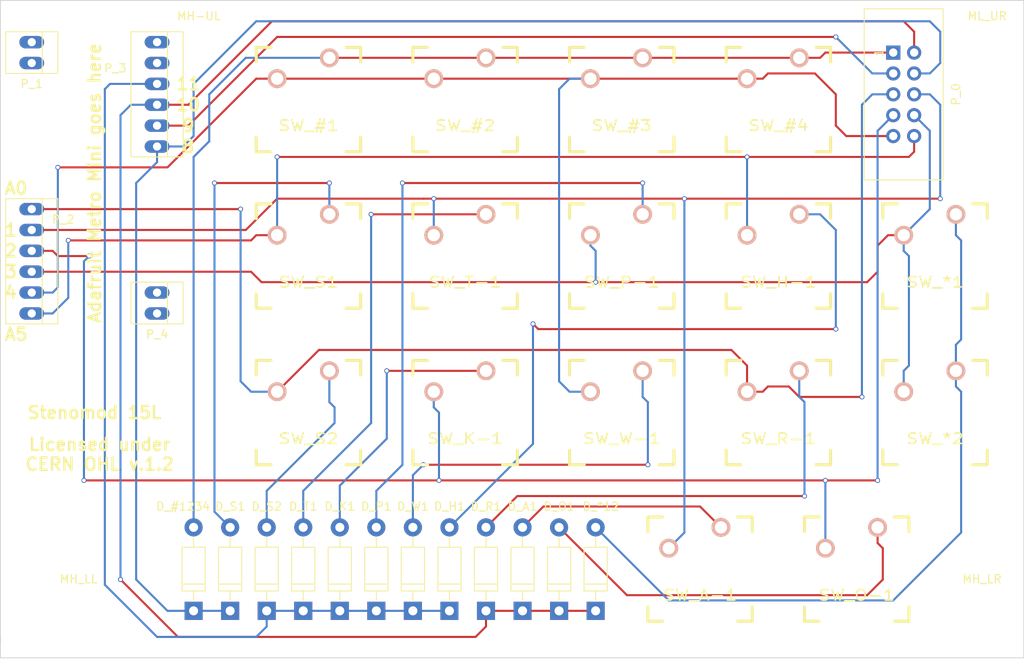
<source format=kicad_pcb>
(kicad_pcb (version 4) (host pcbnew 4.0.2-stable)

  (general
    (links 54)
    (no_connects 0)
    (area 76.149999 52.019999 200.710001 132.475)
    (thickness 1.6)
    (drawings 19)
    (tracks 247)
    (zones 0)
    (modules 37)
    (nets 29)
  )

  (page A4)
  (layers
    (0 F.Cu signal)
    (31 B.Cu signal)
    (32 B.Adhes user)
    (33 F.Adhes user)
    (34 B.Paste user)
    (35 F.Paste user)
    (36 B.SilkS user)
    (37 F.SilkS user)
    (38 B.Mask user)
    (39 F.Mask user)
    (40 Dwgs.User user)
    (41 Cmts.User user)
    (42 Eco1.User user)
    (43 Eco2.User user)
    (44 Edge.Cuts user)
    (45 Margin user)
    (46 B.CrtYd user)
    (47 F.CrtYd user)
    (48 B.Fab user)
    (49 F.Fab user)
  )

  (setup
    (last_trace_width 0.25)
    (trace_clearance 0.2)
    (zone_clearance 0.508)
    (zone_45_only no)
    (trace_min 0.2)
    (segment_width 0.2)
    (edge_width 0.1)
    (via_size 0.6)
    (via_drill 0.4)
    (via_min_size 0.4)
    (via_min_drill 0.3)
    (uvia_size 0.3)
    (uvia_drill 0.1)
    (uvias_allowed no)
    (uvia_min_size 0.2)
    (uvia_min_drill 0.1)
    (pcb_text_width 0.3)
    (pcb_text_size 1.5 1.5)
    (mod_edge_width 0.15)
    (mod_text_size 1 1)
    (mod_text_width 0.15)
    (pad_size 1.5 1.5)
    (pad_drill 0.6)
    (pad_to_mask_clearance 0)
    (aux_axis_origin 0 0)
    (visible_elements 7FFFFFFF)
    (pcbplotparams
      (layerselection 0x00030_80000001)
      (usegerberextensions false)
      (excludeedgelayer true)
      (linewidth 0.100000)
      (plotframeref false)
      (viasonmask false)
      (mode 1)
      (useauxorigin false)
      (hpglpennumber 1)
      (hpglpenspeed 20)
      (hpglpendiameter 15)
      (hpglpenoverlay 2)
      (psnegative false)
      (psa4output false)
      (plotreference true)
      (plotvalue true)
      (plotinvisibletext false)
      (padsonsilk false)
      (subtractmaskfromsilk false)
      (outputformat 4)
      (mirror false)
      (drillshape 0)
      (scaleselection 1)
      (outputdirectory ""))
  )

  (net 0 "")
  (net 1 "Net-(D_#1234-Pad1)")
  (net 2 "Net-(D_#1234-Pad2)")
  (net 3 "Net-(D_*12-Pad1)")
  (net 4 "Net-(D_*12-Pad2)")
  (net 5 "Net-(D_A1-Pad2)")
  (net 6 "Net-(D_H1-Pad1)")
  (net 7 "Net-(D_H1-Pad2)")
  (net 8 "Net-(D_K1-Pad2)")
  (net 9 "Net-(D_O1-Pad2)")
  (net 10 "Net-(D_P1-Pad2)")
  (net 11 "Net-(D_R1-Pad2)")
  (net 12 "Net-(D_S1-Pad2)")
  (net 13 "Net-(D_S2-Pad2)")
  (net 14 "Net-(D_T1-Pad2)")
  (net 15 "Net-(D_W1-Pad2)")
  (net 16 "Net-(P_0-Pad3)")
  (net 17 "Net-(P_0-Pad5)")
  (net 18 "Net-(P_0-Pad7)")
  (net 19 "Net-(P_0-Pad8)")
  (net 20 "Net-(P_0-Pad9)")
  (net 21 "Net-(P_0-Pad10)")
  (net 22 "Net-(P_1-Pad1)")
  (net 23 "Net-(P_1-Pad2)")
  (net 24 "Net-(P_3-Pad1)")
  (net 25 "Net-(P_3-Pad2)")
  (net 26 "Net-(P_4-Pad1)")
  (net 27 "Net-(P_4-Pad2)")
  (net 28 "Net-(P_0-Pad6)")

  (net_class Default "This is the default net class."
    (clearance 0.2)
    (trace_width 0.25)
    (via_dia 0.6)
    (via_drill 0.4)
    (uvia_dia 0.3)
    (uvia_drill 0.1)
    (add_net "Net-(D_#1234-Pad1)")
    (add_net "Net-(D_#1234-Pad2)")
    (add_net "Net-(D_*12-Pad1)")
    (add_net "Net-(D_*12-Pad2)")
    (add_net "Net-(D_A1-Pad2)")
    (add_net "Net-(D_H1-Pad1)")
    (add_net "Net-(D_H1-Pad2)")
    (add_net "Net-(D_K1-Pad2)")
    (add_net "Net-(D_O1-Pad2)")
    (add_net "Net-(D_P1-Pad2)")
    (add_net "Net-(D_R1-Pad2)")
    (add_net "Net-(D_S1-Pad2)")
    (add_net "Net-(D_S2-Pad2)")
    (add_net "Net-(D_T1-Pad2)")
    (add_net "Net-(D_W1-Pad2)")
    (add_net "Net-(P_0-Pad10)")
    (add_net "Net-(P_0-Pad3)")
    (add_net "Net-(P_0-Pad5)")
    (add_net "Net-(P_0-Pad6)")
    (add_net "Net-(P_0-Pad7)")
    (add_net "Net-(P_0-Pad8)")
    (add_net "Net-(P_0-Pad9)")
    (add_net "Net-(P_1-Pad1)")
    (add_net "Net-(P_1-Pad2)")
    (add_net "Net-(P_3-Pad1)")
    (add_net "Net-(P_3-Pad2)")
    (add_net "Net-(P_4-Pad1)")
    (add_net "Net-(P_4-Pad2)")
  )

  (module Mounting_Holes:MountingHole_3.5mm (layer F.Cu) (tedit 5900D244) (tstamp 58FFD80E)
    (at 196.215 57.15)
    (descr "Mounting Hole 3.5mm, no annular")
    (tags "mounting hole 3.5mm no annular")
    (fp_text reference ML_UR (at 0 -3.175) (layer F.SilkS)
      (effects (font (size 1 1) (thickness 0.15)))
    )
    (fp_text value MH_3.5mm (at 0 4.5) (layer F.Fab)
      (effects (font (size 1 1) (thickness 0.15)))
    )
    (fp_circle (center 0 0) (end 3.5 0) (layer Cmts.User) (width 0.15))
    (fp_circle (center 0 0) (end 3.75 0) (layer F.CrtYd) (width 0.05))
    (pad 1 np_thru_hole circle (at 0 0) (size 3.5 3.5) (drill 3.5) (layers *.Cu *.Mask))
  )

  (module Gateron:Gateron (layer F.Cu) (tedit 58FEE4AD) (tstamp 58FEEE21)
    (at 170.815 64.135)
    (path /58FEED22)
    (fp_text reference SW_#4 (at 0 3.175) (layer F.SilkS)
      (effects (font (size 1.27 1.524) (thickness 0.2032)))
    )
    (fp_text value SW_PUSH (at 0 5.08) (layer F.SilkS) hide
      (effects (font (size 1.27 1.524) (thickness 0.2032)))
    )
    (fp_text user "" (at -5.715 8.255) (layer Dwgs.User)
      (effects (font (thickness 0.3048)))
    )
    (fp_line (start -6.35 -6.35) (end 6.35 -6.35) (layer Cmts.User) (width 0.1524))
    (fp_line (start 6.35 -6.35) (end 6.35 6.35) (layer Cmts.User) (width 0.1524))
    (fp_line (start 6.35 6.35) (end -6.35 6.35) (layer Cmts.User) (width 0.1524))
    (fp_line (start -6.35 6.35) (end -6.35 -6.35) (layer Cmts.User) (width 0.1524))
    (fp_line (start -9.398 -9.398) (end 9.398 -9.398) (layer Dwgs.User) (width 0.1524))
    (fp_line (start 9.398 -9.398) (end 9.398 9.398) (layer Dwgs.User) (width 0.1524))
    (fp_line (start 9.398 9.398) (end -9.398 9.398) (layer Dwgs.User) (width 0.1524))
    (fp_line (start -9.398 9.398) (end -9.398 -9.398) (layer Dwgs.User) (width 0.1524))
    (fp_line (start -6.35 -6.35) (end -4.572 -6.35) (layer F.SilkS) (width 0.381))
    (fp_line (start 4.572 -6.35) (end 6.35 -6.35) (layer F.SilkS) (width 0.381))
    (fp_line (start 6.35 -6.35) (end 6.35 -4.572) (layer F.SilkS) (width 0.381))
    (fp_line (start 6.35 4.572) (end 6.35 6.35) (layer F.SilkS) (width 0.381))
    (fp_line (start 6.35 6.35) (end 4.572 6.35) (layer F.SilkS) (width 0.381))
    (fp_line (start -4.572 6.35) (end -6.35 6.35) (layer F.SilkS) (width 0.381))
    (fp_line (start -6.35 6.35) (end -6.35 4.572) (layer F.SilkS) (width 0.381))
    (fp_line (start -6.35 -4.572) (end -6.35 -6.35) (layer F.SilkS) (width 0.381))
    (fp_line (start -6.985 -6.985) (end 6.985 -6.985) (layer Eco2.User) (width 0.1524))
    (fp_line (start 6.985 -6.985) (end 6.985 6.985) (layer Eco2.User) (width 0.1524))
    (fp_line (start 6.985 6.985) (end -6.985 6.985) (layer Eco2.User) (width 0.1524))
    (fp_line (start -6.985 6.985) (end -6.985 -6.985) (layer Eco2.User) (width 0.1524))
    (pad 2 thru_hole circle (at 2.54 -5.08) (size 2.286 2.286) (drill 1.4986) (layers *.Cu *.SilkS *.Mask)
      (net 2 "Net-(D_#1234-Pad2)"))
    (pad 1 thru_hole circle (at -3.81 -2.54) (size 2.286 2.286) (drill 1.4986) (layers *.Cu *.SilkS *.Mask)
      (net 20 "Net-(P_0-Pad9)"))
    (pad HOLE np_thru_hole circle (at 0 0) (size 3.9878 3.9878) (drill 3.9878) (layers *.Cu))
    (pad HOLE np_thru_hole circle (at -5.08 0) (size 1.7018 1.7018) (drill 1.7018) (layers *.Cu))
    (pad HOLE np_thru_hole circle (at 5.08 0) (size 1.7018 1.7018) (drill 1.7018) (layers *.Cu))
  )

  (module Gateron:Gateron (layer F.Cu) (tedit 58FEE4AD) (tstamp 58FEE81D)
    (at 151.765 102.235)
    (path /58FE6EF2)
    (fp_text reference SW_W-1 (at 0 3.175) (layer F.SilkS)
      (effects (font (size 1.27 1.524) (thickness 0.2032)))
    )
    (fp_text value SW_PUSH (at 0 5.08) (layer F.SilkS) hide
      (effects (font (size 1.27 1.524) (thickness 0.2032)))
    )
    (fp_text user "" (at -5.715 8.255) (layer Dwgs.User)
      (effects (font (thickness 0.3048)))
    )
    (fp_line (start -6.35 -6.35) (end 6.35 -6.35) (layer Cmts.User) (width 0.1524))
    (fp_line (start 6.35 -6.35) (end 6.35 6.35) (layer Cmts.User) (width 0.1524))
    (fp_line (start 6.35 6.35) (end -6.35 6.35) (layer Cmts.User) (width 0.1524))
    (fp_line (start -6.35 6.35) (end -6.35 -6.35) (layer Cmts.User) (width 0.1524))
    (fp_line (start -9.398 -9.398) (end 9.398 -9.398) (layer Dwgs.User) (width 0.1524))
    (fp_line (start 9.398 -9.398) (end 9.398 9.398) (layer Dwgs.User) (width 0.1524))
    (fp_line (start 9.398 9.398) (end -9.398 9.398) (layer Dwgs.User) (width 0.1524))
    (fp_line (start -9.398 9.398) (end -9.398 -9.398) (layer Dwgs.User) (width 0.1524))
    (fp_line (start -6.35 -6.35) (end -4.572 -6.35) (layer F.SilkS) (width 0.381))
    (fp_line (start 4.572 -6.35) (end 6.35 -6.35) (layer F.SilkS) (width 0.381))
    (fp_line (start 6.35 -6.35) (end 6.35 -4.572) (layer F.SilkS) (width 0.381))
    (fp_line (start 6.35 4.572) (end 6.35 6.35) (layer F.SilkS) (width 0.381))
    (fp_line (start 6.35 6.35) (end 4.572 6.35) (layer F.SilkS) (width 0.381))
    (fp_line (start -4.572 6.35) (end -6.35 6.35) (layer F.SilkS) (width 0.381))
    (fp_line (start -6.35 6.35) (end -6.35 4.572) (layer F.SilkS) (width 0.381))
    (fp_line (start -6.35 -4.572) (end -6.35 -6.35) (layer F.SilkS) (width 0.381))
    (fp_line (start -6.985 -6.985) (end 6.985 -6.985) (layer Eco2.User) (width 0.1524))
    (fp_line (start 6.985 -6.985) (end 6.985 6.985) (layer Eco2.User) (width 0.1524))
    (fp_line (start 6.985 6.985) (end -6.985 6.985) (layer Eco2.User) (width 0.1524))
    (fp_line (start -6.985 6.985) (end -6.985 -6.985) (layer Eco2.User) (width 0.1524))
    (pad 2 thru_hole circle (at 2.54 -5.08) (size 2.286 2.286) (drill 1.4986) (layers *.Cu *.SilkS *.Mask)
      (net 15 "Net-(D_W1-Pad2)"))
    (pad 1 thru_hole circle (at -3.81 -2.54) (size 2.286 2.286) (drill 1.4986) (layers *.Cu *.SilkS *.Mask)
      (net 20 "Net-(P_0-Pad9)"))
    (pad HOLE np_thru_hole circle (at 0 0) (size 3.9878 3.9878) (drill 3.9878) (layers *.Cu))
    (pad HOLE np_thru_hole circle (at -5.08 0) (size 1.7018 1.7018) (drill 1.7018) (layers *.Cu))
    (pad HOLE np_thru_hole circle (at 5.08 0) (size 1.7018 1.7018) (drill 1.7018) (layers *.Cu))
  )

  (module Gateron:Gateron (layer F.Cu) (tedit 58FEE4AD) (tstamp 58FEE814)
    (at 132.715 83.185)
    (path /58FE6B44)
    (fp_text reference SW_T-1 (at 0 3.175) (layer F.SilkS)
      (effects (font (size 1.27 1.524) (thickness 0.2032)))
    )
    (fp_text value SW_PUSH (at 0 5.08) (layer F.SilkS) hide
      (effects (font (size 1.27 1.524) (thickness 0.2032)))
    )
    (fp_text user "" (at -5.715 8.255) (layer Dwgs.User)
      (effects (font (thickness 0.3048)))
    )
    (fp_line (start -6.35 -6.35) (end 6.35 -6.35) (layer Cmts.User) (width 0.1524))
    (fp_line (start 6.35 -6.35) (end 6.35 6.35) (layer Cmts.User) (width 0.1524))
    (fp_line (start 6.35 6.35) (end -6.35 6.35) (layer Cmts.User) (width 0.1524))
    (fp_line (start -6.35 6.35) (end -6.35 -6.35) (layer Cmts.User) (width 0.1524))
    (fp_line (start -9.398 -9.398) (end 9.398 -9.398) (layer Dwgs.User) (width 0.1524))
    (fp_line (start 9.398 -9.398) (end 9.398 9.398) (layer Dwgs.User) (width 0.1524))
    (fp_line (start 9.398 9.398) (end -9.398 9.398) (layer Dwgs.User) (width 0.1524))
    (fp_line (start -9.398 9.398) (end -9.398 -9.398) (layer Dwgs.User) (width 0.1524))
    (fp_line (start -6.35 -6.35) (end -4.572 -6.35) (layer F.SilkS) (width 0.381))
    (fp_line (start 4.572 -6.35) (end 6.35 -6.35) (layer F.SilkS) (width 0.381))
    (fp_line (start 6.35 -6.35) (end 6.35 -4.572) (layer F.SilkS) (width 0.381))
    (fp_line (start 6.35 4.572) (end 6.35 6.35) (layer F.SilkS) (width 0.381))
    (fp_line (start 6.35 6.35) (end 4.572 6.35) (layer F.SilkS) (width 0.381))
    (fp_line (start -4.572 6.35) (end -6.35 6.35) (layer F.SilkS) (width 0.381))
    (fp_line (start -6.35 6.35) (end -6.35 4.572) (layer F.SilkS) (width 0.381))
    (fp_line (start -6.35 -4.572) (end -6.35 -6.35) (layer F.SilkS) (width 0.381))
    (fp_line (start -6.985 -6.985) (end 6.985 -6.985) (layer Eco2.User) (width 0.1524))
    (fp_line (start 6.985 -6.985) (end 6.985 6.985) (layer Eco2.User) (width 0.1524))
    (fp_line (start 6.985 6.985) (end -6.985 6.985) (layer Eco2.User) (width 0.1524))
    (fp_line (start -6.985 6.985) (end -6.985 -6.985) (layer Eco2.User) (width 0.1524))
    (pad 2 thru_hole circle (at 2.54 -5.08) (size 2.286 2.286) (drill 1.4986) (layers *.Cu *.SilkS *.Mask)
      (net 14 "Net-(D_T1-Pad2)"))
    (pad 1 thru_hole circle (at -3.81 -2.54) (size 2.286 2.286) (drill 1.4986) (layers *.Cu *.SilkS *.Mask)
      (net 28 "Net-(P_0-Pad6)"))
    (pad HOLE np_thru_hole circle (at 0 0) (size 3.9878 3.9878) (drill 3.9878) (layers *.Cu))
    (pad HOLE np_thru_hole circle (at -5.08 0) (size 1.7018 1.7018) (drill 1.7018) (layers *.Cu))
    (pad HOLE np_thru_hole circle (at 5.08 0) (size 1.7018 1.7018) (drill 1.7018) (layers *.Cu))
  )

  (module Gateron:Gateron (layer F.Cu) (tedit 58FEE4AD) (tstamp 58FEE80B)
    (at 113.665 102.235)
    (path /58FE6EE6)
    (fp_text reference SW_S2 (at 0 3.175) (layer F.SilkS)
      (effects (font (size 1.27 1.524) (thickness 0.2032)))
    )
    (fp_text value SW_PUSH (at 0 5.08) (layer F.SilkS) hide
      (effects (font (size 1.27 1.524) (thickness 0.2032)))
    )
    (fp_text user "" (at -5.715 8.255) (layer Dwgs.User)
      (effects (font (thickness 0.3048)))
    )
    (fp_line (start -6.35 -6.35) (end 6.35 -6.35) (layer Cmts.User) (width 0.1524))
    (fp_line (start 6.35 -6.35) (end 6.35 6.35) (layer Cmts.User) (width 0.1524))
    (fp_line (start 6.35 6.35) (end -6.35 6.35) (layer Cmts.User) (width 0.1524))
    (fp_line (start -6.35 6.35) (end -6.35 -6.35) (layer Cmts.User) (width 0.1524))
    (fp_line (start -9.398 -9.398) (end 9.398 -9.398) (layer Dwgs.User) (width 0.1524))
    (fp_line (start 9.398 -9.398) (end 9.398 9.398) (layer Dwgs.User) (width 0.1524))
    (fp_line (start 9.398 9.398) (end -9.398 9.398) (layer Dwgs.User) (width 0.1524))
    (fp_line (start -9.398 9.398) (end -9.398 -9.398) (layer Dwgs.User) (width 0.1524))
    (fp_line (start -6.35 -6.35) (end -4.572 -6.35) (layer F.SilkS) (width 0.381))
    (fp_line (start 4.572 -6.35) (end 6.35 -6.35) (layer F.SilkS) (width 0.381))
    (fp_line (start 6.35 -6.35) (end 6.35 -4.572) (layer F.SilkS) (width 0.381))
    (fp_line (start 6.35 4.572) (end 6.35 6.35) (layer F.SilkS) (width 0.381))
    (fp_line (start 6.35 6.35) (end 4.572 6.35) (layer F.SilkS) (width 0.381))
    (fp_line (start -4.572 6.35) (end -6.35 6.35) (layer F.SilkS) (width 0.381))
    (fp_line (start -6.35 6.35) (end -6.35 4.572) (layer F.SilkS) (width 0.381))
    (fp_line (start -6.35 -4.572) (end -6.35 -6.35) (layer F.SilkS) (width 0.381))
    (fp_line (start -6.985 -6.985) (end 6.985 -6.985) (layer Eco2.User) (width 0.1524))
    (fp_line (start 6.985 -6.985) (end 6.985 6.985) (layer Eco2.User) (width 0.1524))
    (fp_line (start 6.985 6.985) (end -6.985 6.985) (layer Eco2.User) (width 0.1524))
    (fp_line (start -6.985 6.985) (end -6.985 -6.985) (layer Eco2.User) (width 0.1524))
    (pad 2 thru_hole circle (at 2.54 -5.08) (size 2.286 2.286) (drill 1.4986) (layers *.Cu *.SilkS *.Mask)
      (net 13 "Net-(D_S2-Pad2)"))
    (pad 1 thru_hole circle (at -3.81 -2.54) (size 2.286 2.286) (drill 1.4986) (layers *.Cu *.SilkS *.Mask)
      (net 17 "Net-(P_0-Pad5)"))
    (pad HOLE np_thru_hole circle (at 0 0) (size 3.9878 3.9878) (drill 3.9878) (layers *.Cu))
    (pad HOLE np_thru_hole circle (at -5.08 0) (size 1.7018 1.7018) (drill 1.7018) (layers *.Cu))
    (pad HOLE np_thru_hole circle (at 5.08 0) (size 1.7018 1.7018) (drill 1.7018) (layers *.Cu))
  )

  (module Gateron:Gateron (layer F.Cu) (tedit 58FEE4AD) (tstamp 58FEE802)
    (at 113.665 83.185)
    (path /58FE6B3E)
    (fp_text reference SW_S1 (at 0 3.175) (layer F.SilkS)
      (effects (font (size 1.27 1.524) (thickness 0.2032)))
    )
    (fp_text value SW_PUSH (at 0 5.08) (layer F.SilkS) hide
      (effects (font (size 1.27 1.524) (thickness 0.2032)))
    )
    (fp_text user "" (at -5.715 8.255) (layer Dwgs.User)
      (effects (font (thickness 0.3048)))
    )
    (fp_line (start -6.35 -6.35) (end 6.35 -6.35) (layer Cmts.User) (width 0.1524))
    (fp_line (start 6.35 -6.35) (end 6.35 6.35) (layer Cmts.User) (width 0.1524))
    (fp_line (start 6.35 6.35) (end -6.35 6.35) (layer Cmts.User) (width 0.1524))
    (fp_line (start -6.35 6.35) (end -6.35 -6.35) (layer Cmts.User) (width 0.1524))
    (fp_line (start -9.398 -9.398) (end 9.398 -9.398) (layer Dwgs.User) (width 0.1524))
    (fp_line (start 9.398 -9.398) (end 9.398 9.398) (layer Dwgs.User) (width 0.1524))
    (fp_line (start 9.398 9.398) (end -9.398 9.398) (layer Dwgs.User) (width 0.1524))
    (fp_line (start -9.398 9.398) (end -9.398 -9.398) (layer Dwgs.User) (width 0.1524))
    (fp_line (start -6.35 -6.35) (end -4.572 -6.35) (layer F.SilkS) (width 0.381))
    (fp_line (start 4.572 -6.35) (end 6.35 -6.35) (layer F.SilkS) (width 0.381))
    (fp_line (start 6.35 -6.35) (end 6.35 -4.572) (layer F.SilkS) (width 0.381))
    (fp_line (start 6.35 4.572) (end 6.35 6.35) (layer F.SilkS) (width 0.381))
    (fp_line (start 6.35 6.35) (end 4.572 6.35) (layer F.SilkS) (width 0.381))
    (fp_line (start -4.572 6.35) (end -6.35 6.35) (layer F.SilkS) (width 0.381))
    (fp_line (start -6.35 6.35) (end -6.35 4.572) (layer F.SilkS) (width 0.381))
    (fp_line (start -6.35 -4.572) (end -6.35 -6.35) (layer F.SilkS) (width 0.381))
    (fp_line (start -6.985 -6.985) (end 6.985 -6.985) (layer Eco2.User) (width 0.1524))
    (fp_line (start 6.985 -6.985) (end 6.985 6.985) (layer Eco2.User) (width 0.1524))
    (fp_line (start 6.985 6.985) (end -6.985 6.985) (layer Eco2.User) (width 0.1524))
    (fp_line (start -6.985 6.985) (end -6.985 -6.985) (layer Eco2.User) (width 0.1524))
    (pad 2 thru_hole circle (at 2.54 -5.08) (size 2.286 2.286) (drill 1.4986) (layers *.Cu *.SilkS *.Mask)
      (net 12 "Net-(D_S1-Pad2)"))
    (pad 1 thru_hole circle (at -3.81 -2.54) (size 2.286 2.286) (drill 1.4986) (layers *.Cu *.SilkS *.Mask)
      (net 21 "Net-(P_0-Pad10)"))
    (pad HOLE np_thru_hole circle (at 0 0) (size 3.9878 3.9878) (drill 3.9878) (layers *.Cu))
    (pad HOLE np_thru_hole circle (at -5.08 0) (size 1.7018 1.7018) (drill 1.7018) (layers *.Cu))
    (pad HOLE np_thru_hole circle (at 5.08 0) (size 1.7018 1.7018) (drill 1.7018) (layers *.Cu))
  )

  (module Gateron:Gateron (layer F.Cu) (tedit 58FEE4AD) (tstamp 58FEE7F9)
    (at 170.815 102.235)
    (path /58FE6EF8)
    (fp_text reference SW_R-1 (at 0 3.175) (layer F.SilkS)
      (effects (font (size 1.27 1.524) (thickness 0.2032)))
    )
    (fp_text value SW_PUSH (at 0 5.08) (layer F.SilkS) hide
      (effects (font (size 1.27 1.524) (thickness 0.2032)))
    )
    (fp_text user "" (at -5.715 8.255) (layer Dwgs.User)
      (effects (font (thickness 0.3048)))
    )
    (fp_line (start -6.35 -6.35) (end 6.35 -6.35) (layer Cmts.User) (width 0.1524))
    (fp_line (start 6.35 -6.35) (end 6.35 6.35) (layer Cmts.User) (width 0.1524))
    (fp_line (start 6.35 6.35) (end -6.35 6.35) (layer Cmts.User) (width 0.1524))
    (fp_line (start -6.35 6.35) (end -6.35 -6.35) (layer Cmts.User) (width 0.1524))
    (fp_line (start -9.398 -9.398) (end 9.398 -9.398) (layer Dwgs.User) (width 0.1524))
    (fp_line (start 9.398 -9.398) (end 9.398 9.398) (layer Dwgs.User) (width 0.1524))
    (fp_line (start 9.398 9.398) (end -9.398 9.398) (layer Dwgs.User) (width 0.1524))
    (fp_line (start -9.398 9.398) (end -9.398 -9.398) (layer Dwgs.User) (width 0.1524))
    (fp_line (start -6.35 -6.35) (end -4.572 -6.35) (layer F.SilkS) (width 0.381))
    (fp_line (start 4.572 -6.35) (end 6.35 -6.35) (layer F.SilkS) (width 0.381))
    (fp_line (start 6.35 -6.35) (end 6.35 -4.572) (layer F.SilkS) (width 0.381))
    (fp_line (start 6.35 4.572) (end 6.35 6.35) (layer F.SilkS) (width 0.381))
    (fp_line (start 6.35 6.35) (end 4.572 6.35) (layer F.SilkS) (width 0.381))
    (fp_line (start -4.572 6.35) (end -6.35 6.35) (layer F.SilkS) (width 0.381))
    (fp_line (start -6.35 6.35) (end -6.35 4.572) (layer F.SilkS) (width 0.381))
    (fp_line (start -6.35 -4.572) (end -6.35 -6.35) (layer F.SilkS) (width 0.381))
    (fp_line (start -6.985 -6.985) (end 6.985 -6.985) (layer Eco2.User) (width 0.1524))
    (fp_line (start 6.985 -6.985) (end 6.985 6.985) (layer Eco2.User) (width 0.1524))
    (fp_line (start 6.985 6.985) (end -6.985 6.985) (layer Eco2.User) (width 0.1524))
    (fp_line (start -6.985 6.985) (end -6.985 -6.985) (layer Eco2.User) (width 0.1524))
    (pad 2 thru_hole circle (at 2.54 -5.08) (size 2.286 2.286) (drill 1.4986) (layers *.Cu *.SilkS *.Mask)
      (net 11 "Net-(D_R1-Pad2)"))
    (pad 1 thru_hole circle (at -3.81 -2.54) (size 2.286 2.286) (drill 1.4986) (layers *.Cu *.SilkS *.Mask)
      (net 17 "Net-(P_0-Pad5)"))
    (pad HOLE np_thru_hole circle (at 0 0) (size 3.9878 3.9878) (drill 3.9878) (layers *.Cu))
    (pad HOLE np_thru_hole circle (at -5.08 0) (size 1.7018 1.7018) (drill 1.7018) (layers *.Cu))
    (pad HOLE np_thru_hole circle (at 5.08 0) (size 1.7018 1.7018) (drill 1.7018) (layers *.Cu))
  )

  (module Gateron:Gateron (layer F.Cu) (tedit 58FEE4AD) (tstamp 58FEE7F0)
    (at 151.765 83.185)
    (path /58FE6B4A)
    (fp_text reference SW_P-1 (at 0 3.175) (layer F.SilkS)
      (effects (font (size 1.27 1.524) (thickness 0.2032)))
    )
    (fp_text value SW_PUSH (at 0 5.08) (layer F.SilkS) hide
      (effects (font (size 1.27 1.524) (thickness 0.2032)))
    )
    (fp_text user "" (at -5.715 8.255) (layer Dwgs.User)
      (effects (font (thickness 0.3048)))
    )
    (fp_line (start -6.35 -6.35) (end 6.35 -6.35) (layer Cmts.User) (width 0.1524))
    (fp_line (start 6.35 -6.35) (end 6.35 6.35) (layer Cmts.User) (width 0.1524))
    (fp_line (start 6.35 6.35) (end -6.35 6.35) (layer Cmts.User) (width 0.1524))
    (fp_line (start -6.35 6.35) (end -6.35 -6.35) (layer Cmts.User) (width 0.1524))
    (fp_line (start -9.398 -9.398) (end 9.398 -9.398) (layer Dwgs.User) (width 0.1524))
    (fp_line (start 9.398 -9.398) (end 9.398 9.398) (layer Dwgs.User) (width 0.1524))
    (fp_line (start 9.398 9.398) (end -9.398 9.398) (layer Dwgs.User) (width 0.1524))
    (fp_line (start -9.398 9.398) (end -9.398 -9.398) (layer Dwgs.User) (width 0.1524))
    (fp_line (start -6.35 -6.35) (end -4.572 -6.35) (layer F.SilkS) (width 0.381))
    (fp_line (start 4.572 -6.35) (end 6.35 -6.35) (layer F.SilkS) (width 0.381))
    (fp_line (start 6.35 -6.35) (end 6.35 -4.572) (layer F.SilkS) (width 0.381))
    (fp_line (start 6.35 4.572) (end 6.35 6.35) (layer F.SilkS) (width 0.381))
    (fp_line (start 6.35 6.35) (end 4.572 6.35) (layer F.SilkS) (width 0.381))
    (fp_line (start -4.572 6.35) (end -6.35 6.35) (layer F.SilkS) (width 0.381))
    (fp_line (start -6.35 6.35) (end -6.35 4.572) (layer F.SilkS) (width 0.381))
    (fp_line (start -6.35 -4.572) (end -6.35 -6.35) (layer F.SilkS) (width 0.381))
    (fp_line (start -6.985 -6.985) (end 6.985 -6.985) (layer Eco2.User) (width 0.1524))
    (fp_line (start 6.985 -6.985) (end 6.985 6.985) (layer Eco2.User) (width 0.1524))
    (fp_line (start 6.985 6.985) (end -6.985 6.985) (layer Eco2.User) (width 0.1524))
    (fp_line (start -6.985 6.985) (end -6.985 -6.985) (layer Eco2.User) (width 0.1524))
    (pad 2 thru_hole circle (at 2.54 -5.08) (size 2.286 2.286) (drill 1.4986) (layers *.Cu *.SilkS *.Mask)
      (net 10 "Net-(D_P1-Pad2)"))
    (pad 1 thru_hole circle (at -3.81 -2.54) (size 2.286 2.286) (drill 1.4986) (layers *.Cu *.SilkS *.Mask)
      (net 19 "Net-(P_0-Pad8)"))
    (pad HOLE np_thru_hole circle (at 0 0) (size 3.9878 3.9878) (drill 3.9878) (layers *.Cu))
    (pad HOLE np_thru_hole circle (at -5.08 0) (size 1.7018 1.7018) (drill 1.7018) (layers *.Cu))
    (pad HOLE np_thru_hole circle (at 5.08 0) (size 1.7018 1.7018) (drill 1.7018) (layers *.Cu))
  )

  (module Gateron:Gateron (layer F.Cu) (tedit 58FEE4AD) (tstamp 58FEE7E7)
    (at 180.34 121.285)
    (path /58FE705C)
    (fp_text reference SW_O-1 (at 0 3.175) (layer F.SilkS)
      (effects (font (size 1.27 1.524) (thickness 0.2032)))
    )
    (fp_text value SW_PUSH (at 0 5.08) (layer F.SilkS) hide
      (effects (font (size 1.27 1.524) (thickness 0.2032)))
    )
    (fp_text user "" (at -5.715 8.255) (layer Dwgs.User)
      (effects (font (thickness 0.3048)))
    )
    (fp_line (start -6.35 -6.35) (end 6.35 -6.35) (layer Cmts.User) (width 0.1524))
    (fp_line (start 6.35 -6.35) (end 6.35 6.35) (layer Cmts.User) (width 0.1524))
    (fp_line (start 6.35 6.35) (end -6.35 6.35) (layer Cmts.User) (width 0.1524))
    (fp_line (start -6.35 6.35) (end -6.35 -6.35) (layer Cmts.User) (width 0.1524))
    (fp_line (start -9.398 -9.398) (end 9.398 -9.398) (layer Dwgs.User) (width 0.1524))
    (fp_line (start 9.398 -9.398) (end 9.398 9.398) (layer Dwgs.User) (width 0.1524))
    (fp_line (start 9.398 9.398) (end -9.398 9.398) (layer Dwgs.User) (width 0.1524))
    (fp_line (start -9.398 9.398) (end -9.398 -9.398) (layer Dwgs.User) (width 0.1524))
    (fp_line (start -6.35 -6.35) (end -4.572 -6.35) (layer F.SilkS) (width 0.381))
    (fp_line (start 4.572 -6.35) (end 6.35 -6.35) (layer F.SilkS) (width 0.381))
    (fp_line (start 6.35 -6.35) (end 6.35 -4.572) (layer F.SilkS) (width 0.381))
    (fp_line (start 6.35 4.572) (end 6.35 6.35) (layer F.SilkS) (width 0.381))
    (fp_line (start 6.35 6.35) (end 4.572 6.35) (layer F.SilkS) (width 0.381))
    (fp_line (start -4.572 6.35) (end -6.35 6.35) (layer F.SilkS) (width 0.381))
    (fp_line (start -6.35 6.35) (end -6.35 4.572) (layer F.SilkS) (width 0.381))
    (fp_line (start -6.35 -4.572) (end -6.35 -6.35) (layer F.SilkS) (width 0.381))
    (fp_line (start -6.985 -6.985) (end 6.985 -6.985) (layer Eco2.User) (width 0.1524))
    (fp_line (start 6.985 -6.985) (end 6.985 6.985) (layer Eco2.User) (width 0.1524))
    (fp_line (start 6.985 6.985) (end -6.985 6.985) (layer Eco2.User) (width 0.1524))
    (fp_line (start -6.985 6.985) (end -6.985 -6.985) (layer Eco2.User) (width 0.1524))
    (pad 2 thru_hole circle (at 2.54 -5.08) (size 2.286 2.286) (drill 1.4986) (layers *.Cu *.SilkS *.Mask)
      (net 9 "Net-(D_O1-Pad2)"))
    (pad 1 thru_hole circle (at -3.81 -2.54) (size 2.286 2.286) (drill 1.4986) (layers *.Cu *.SilkS *.Mask)
      (net 18 "Net-(P_0-Pad7)"))
    (pad HOLE np_thru_hole circle (at 0 0) (size 3.9878 3.9878) (drill 3.9878) (layers *.Cu))
    (pad HOLE np_thru_hole circle (at -5.08 0) (size 1.7018 1.7018) (drill 1.7018) (layers *.Cu))
    (pad HOLE np_thru_hole circle (at 5.08 0) (size 1.7018 1.7018) (drill 1.7018) (layers *.Cu))
  )

  (module Gateron:Gateron (layer F.Cu) (tedit 58FEE4AD) (tstamp 58FEE7DE)
    (at 132.715 102.235)
    (path /58FE6EEC)
    (fp_text reference SW_K-1 (at 0 3.175) (layer F.SilkS)
      (effects (font (size 1.27 1.524) (thickness 0.2032)))
    )
    (fp_text value SW_PUSH (at 0 5.08) (layer F.SilkS) hide
      (effects (font (size 1.27 1.524) (thickness 0.2032)))
    )
    (fp_text user "" (at -5.715 8.255) (layer Dwgs.User)
      (effects (font (thickness 0.3048)))
    )
    (fp_line (start -6.35 -6.35) (end 6.35 -6.35) (layer Cmts.User) (width 0.1524))
    (fp_line (start 6.35 -6.35) (end 6.35 6.35) (layer Cmts.User) (width 0.1524))
    (fp_line (start 6.35 6.35) (end -6.35 6.35) (layer Cmts.User) (width 0.1524))
    (fp_line (start -6.35 6.35) (end -6.35 -6.35) (layer Cmts.User) (width 0.1524))
    (fp_line (start -9.398 -9.398) (end 9.398 -9.398) (layer Dwgs.User) (width 0.1524))
    (fp_line (start 9.398 -9.398) (end 9.398 9.398) (layer Dwgs.User) (width 0.1524))
    (fp_line (start 9.398 9.398) (end -9.398 9.398) (layer Dwgs.User) (width 0.1524))
    (fp_line (start -9.398 9.398) (end -9.398 -9.398) (layer Dwgs.User) (width 0.1524))
    (fp_line (start -6.35 -6.35) (end -4.572 -6.35) (layer F.SilkS) (width 0.381))
    (fp_line (start 4.572 -6.35) (end 6.35 -6.35) (layer F.SilkS) (width 0.381))
    (fp_line (start 6.35 -6.35) (end 6.35 -4.572) (layer F.SilkS) (width 0.381))
    (fp_line (start 6.35 4.572) (end 6.35 6.35) (layer F.SilkS) (width 0.381))
    (fp_line (start 6.35 6.35) (end 4.572 6.35) (layer F.SilkS) (width 0.381))
    (fp_line (start -4.572 6.35) (end -6.35 6.35) (layer F.SilkS) (width 0.381))
    (fp_line (start -6.35 6.35) (end -6.35 4.572) (layer F.SilkS) (width 0.381))
    (fp_line (start -6.35 -4.572) (end -6.35 -6.35) (layer F.SilkS) (width 0.381))
    (fp_line (start -6.985 -6.985) (end 6.985 -6.985) (layer Eco2.User) (width 0.1524))
    (fp_line (start 6.985 -6.985) (end 6.985 6.985) (layer Eco2.User) (width 0.1524))
    (fp_line (start 6.985 6.985) (end -6.985 6.985) (layer Eco2.User) (width 0.1524))
    (fp_line (start -6.985 6.985) (end -6.985 -6.985) (layer Eco2.User) (width 0.1524))
    (pad 2 thru_hole circle (at 2.54 -5.08) (size 2.286 2.286) (drill 1.4986) (layers *.Cu *.SilkS *.Mask)
      (net 8 "Net-(D_K1-Pad2)"))
    (pad 1 thru_hole circle (at -3.81 -2.54) (size 2.286 2.286) (drill 1.4986) (layers *.Cu *.SilkS *.Mask)
      (net 18 "Net-(P_0-Pad7)"))
    (pad HOLE np_thru_hole circle (at 0 0) (size 3.9878 3.9878) (drill 3.9878) (layers *.Cu))
    (pad HOLE np_thru_hole circle (at -5.08 0) (size 1.7018 1.7018) (drill 1.7018) (layers *.Cu))
    (pad HOLE np_thru_hole circle (at 5.08 0) (size 1.7018 1.7018) (drill 1.7018) (layers *.Cu))
  )

  (module Gateron:Gateron (layer F.Cu) (tedit 58FEE4AD) (tstamp 58FEE7D5)
    (at 170.815 83.185)
    (path /58FE6B50)
    (fp_text reference SW_H-1 (at 0 3.175) (layer F.SilkS)
      (effects (font (size 1.27 1.524) (thickness 0.2032)))
    )
    (fp_text value SW_PUSH (at 0 5.08) (layer F.SilkS) hide
      (effects (font (size 1.27 1.524) (thickness 0.2032)))
    )
    (fp_text user "" (at -5.715 8.255) (layer Dwgs.User)
      (effects (font (thickness 0.3048)))
    )
    (fp_line (start -6.35 -6.35) (end 6.35 -6.35) (layer Cmts.User) (width 0.1524))
    (fp_line (start 6.35 -6.35) (end 6.35 6.35) (layer Cmts.User) (width 0.1524))
    (fp_line (start 6.35 6.35) (end -6.35 6.35) (layer Cmts.User) (width 0.1524))
    (fp_line (start -6.35 6.35) (end -6.35 -6.35) (layer Cmts.User) (width 0.1524))
    (fp_line (start -9.398 -9.398) (end 9.398 -9.398) (layer Dwgs.User) (width 0.1524))
    (fp_line (start 9.398 -9.398) (end 9.398 9.398) (layer Dwgs.User) (width 0.1524))
    (fp_line (start 9.398 9.398) (end -9.398 9.398) (layer Dwgs.User) (width 0.1524))
    (fp_line (start -9.398 9.398) (end -9.398 -9.398) (layer Dwgs.User) (width 0.1524))
    (fp_line (start -6.35 -6.35) (end -4.572 -6.35) (layer F.SilkS) (width 0.381))
    (fp_line (start 4.572 -6.35) (end 6.35 -6.35) (layer F.SilkS) (width 0.381))
    (fp_line (start 6.35 -6.35) (end 6.35 -4.572) (layer F.SilkS) (width 0.381))
    (fp_line (start 6.35 4.572) (end 6.35 6.35) (layer F.SilkS) (width 0.381))
    (fp_line (start 6.35 6.35) (end 4.572 6.35) (layer F.SilkS) (width 0.381))
    (fp_line (start -4.572 6.35) (end -6.35 6.35) (layer F.SilkS) (width 0.381))
    (fp_line (start -6.35 6.35) (end -6.35 4.572) (layer F.SilkS) (width 0.381))
    (fp_line (start -6.35 -4.572) (end -6.35 -6.35) (layer F.SilkS) (width 0.381))
    (fp_line (start -6.985 -6.985) (end 6.985 -6.985) (layer Eco2.User) (width 0.1524))
    (fp_line (start 6.985 -6.985) (end 6.985 6.985) (layer Eco2.User) (width 0.1524))
    (fp_line (start 6.985 6.985) (end -6.985 6.985) (layer Eco2.User) (width 0.1524))
    (fp_line (start -6.985 6.985) (end -6.985 -6.985) (layer Eco2.User) (width 0.1524))
    (pad 2 thru_hole circle (at 2.54 -5.08) (size 2.286 2.286) (drill 1.4986) (layers *.Cu *.SilkS *.Mask)
      (net 7 "Net-(D_H1-Pad2)"))
    (pad 1 thru_hole circle (at -3.81 -2.54) (size 2.286 2.286) (drill 1.4986) (layers *.Cu *.SilkS *.Mask)
      (net 21 "Net-(P_0-Pad10)"))
    (pad HOLE np_thru_hole circle (at 0 0) (size 3.9878 3.9878) (drill 3.9878) (layers *.Cu))
    (pad HOLE np_thru_hole circle (at -5.08 0) (size 1.7018 1.7018) (drill 1.7018) (layers *.Cu))
    (pad HOLE np_thru_hole circle (at 5.08 0) (size 1.7018 1.7018) (drill 1.7018) (layers *.Cu))
  )

  (module Gateron:Gateron (layer F.Cu) (tedit 58FEE4AD) (tstamp 58FEE7CC)
    (at 161.29 121.285)
    (path /58FE7056)
    (fp_text reference SW_A-1 (at 0 3.175) (layer F.SilkS)
      (effects (font (size 1.27 1.524) (thickness 0.2032)))
    )
    (fp_text value SW_PUSH (at 0 5.08) (layer F.SilkS) hide
      (effects (font (size 1.27 1.524) (thickness 0.2032)))
    )
    (fp_text user "" (at -5.715 8.255) (layer Dwgs.User)
      (effects (font (thickness 0.3048)))
    )
    (fp_line (start -6.35 -6.35) (end 6.35 -6.35) (layer Cmts.User) (width 0.1524))
    (fp_line (start 6.35 -6.35) (end 6.35 6.35) (layer Cmts.User) (width 0.1524))
    (fp_line (start 6.35 6.35) (end -6.35 6.35) (layer Cmts.User) (width 0.1524))
    (fp_line (start -6.35 6.35) (end -6.35 -6.35) (layer Cmts.User) (width 0.1524))
    (fp_line (start -9.398 -9.398) (end 9.398 -9.398) (layer Dwgs.User) (width 0.1524))
    (fp_line (start 9.398 -9.398) (end 9.398 9.398) (layer Dwgs.User) (width 0.1524))
    (fp_line (start 9.398 9.398) (end -9.398 9.398) (layer Dwgs.User) (width 0.1524))
    (fp_line (start -9.398 9.398) (end -9.398 -9.398) (layer Dwgs.User) (width 0.1524))
    (fp_line (start -6.35 -6.35) (end -4.572 -6.35) (layer F.SilkS) (width 0.381))
    (fp_line (start 4.572 -6.35) (end 6.35 -6.35) (layer F.SilkS) (width 0.381))
    (fp_line (start 6.35 -6.35) (end 6.35 -4.572) (layer F.SilkS) (width 0.381))
    (fp_line (start 6.35 4.572) (end 6.35 6.35) (layer F.SilkS) (width 0.381))
    (fp_line (start 6.35 6.35) (end 4.572 6.35) (layer F.SilkS) (width 0.381))
    (fp_line (start -4.572 6.35) (end -6.35 6.35) (layer F.SilkS) (width 0.381))
    (fp_line (start -6.35 6.35) (end -6.35 4.572) (layer F.SilkS) (width 0.381))
    (fp_line (start -6.35 -4.572) (end -6.35 -6.35) (layer F.SilkS) (width 0.381))
    (fp_line (start -6.985 -6.985) (end 6.985 -6.985) (layer Eco2.User) (width 0.1524))
    (fp_line (start 6.985 -6.985) (end 6.985 6.985) (layer Eco2.User) (width 0.1524))
    (fp_line (start 6.985 6.985) (end -6.985 6.985) (layer Eco2.User) (width 0.1524))
    (fp_line (start -6.985 6.985) (end -6.985 -6.985) (layer Eco2.User) (width 0.1524))
    (pad 2 thru_hole circle (at 2.54 -5.08) (size 2.286 2.286) (drill 1.4986) (layers *.Cu *.SilkS *.Mask)
      (net 5 "Net-(D_A1-Pad2)"))
    (pad 1 thru_hole circle (at -3.81 -2.54) (size 2.286 2.286) (drill 1.4986) (layers *.Cu *.SilkS *.Mask)
      (net 28 "Net-(P_0-Pad6)"))
    (pad HOLE np_thru_hole circle (at 0 0) (size 3.9878 3.9878) (drill 3.9878) (layers *.Cu))
    (pad HOLE np_thru_hole circle (at -5.08 0) (size 1.7018 1.7018) (drill 1.7018) (layers *.Cu))
    (pad HOLE np_thru_hole circle (at 5.08 0) (size 1.7018 1.7018) (drill 1.7018) (layers *.Cu))
  )

  (module Gateron:Gateron (layer F.Cu) (tedit 58FEE4AD) (tstamp 58FEE7C3)
    (at 189.865 102.235)
    (path /58FE6F6C)
    (fp_text reference SW_*2 (at 0 3.175) (layer F.SilkS)
      (effects (font (size 1.27 1.524) (thickness 0.2032)))
    )
    (fp_text value SW_PUSH (at 0 5.08) (layer F.SilkS) hide
      (effects (font (size 1.27 1.524) (thickness 0.2032)))
    )
    (fp_text user "" (at -5.715 8.255) (layer Dwgs.User)
      (effects (font (thickness 0.3048)))
    )
    (fp_line (start -6.35 -6.35) (end 6.35 -6.35) (layer Cmts.User) (width 0.1524))
    (fp_line (start 6.35 -6.35) (end 6.35 6.35) (layer Cmts.User) (width 0.1524))
    (fp_line (start 6.35 6.35) (end -6.35 6.35) (layer Cmts.User) (width 0.1524))
    (fp_line (start -6.35 6.35) (end -6.35 -6.35) (layer Cmts.User) (width 0.1524))
    (fp_line (start -9.398 -9.398) (end 9.398 -9.398) (layer Dwgs.User) (width 0.1524))
    (fp_line (start 9.398 -9.398) (end 9.398 9.398) (layer Dwgs.User) (width 0.1524))
    (fp_line (start 9.398 9.398) (end -9.398 9.398) (layer Dwgs.User) (width 0.1524))
    (fp_line (start -9.398 9.398) (end -9.398 -9.398) (layer Dwgs.User) (width 0.1524))
    (fp_line (start -6.35 -6.35) (end -4.572 -6.35) (layer F.SilkS) (width 0.381))
    (fp_line (start 4.572 -6.35) (end 6.35 -6.35) (layer F.SilkS) (width 0.381))
    (fp_line (start 6.35 -6.35) (end 6.35 -4.572) (layer F.SilkS) (width 0.381))
    (fp_line (start 6.35 4.572) (end 6.35 6.35) (layer F.SilkS) (width 0.381))
    (fp_line (start 6.35 6.35) (end 4.572 6.35) (layer F.SilkS) (width 0.381))
    (fp_line (start -4.572 6.35) (end -6.35 6.35) (layer F.SilkS) (width 0.381))
    (fp_line (start -6.35 6.35) (end -6.35 4.572) (layer F.SilkS) (width 0.381))
    (fp_line (start -6.35 -4.572) (end -6.35 -6.35) (layer F.SilkS) (width 0.381))
    (fp_line (start -6.985 -6.985) (end 6.985 -6.985) (layer Eco2.User) (width 0.1524))
    (fp_line (start 6.985 -6.985) (end 6.985 6.985) (layer Eco2.User) (width 0.1524))
    (fp_line (start 6.985 6.985) (end -6.985 6.985) (layer Eco2.User) (width 0.1524))
    (fp_line (start -6.985 6.985) (end -6.985 -6.985) (layer Eco2.User) (width 0.1524))
    (pad 2 thru_hole circle (at 2.54 -5.08) (size 2.286 2.286) (drill 1.4986) (layers *.Cu *.SilkS *.Mask)
      (net 4 "Net-(D_*12-Pad2)"))
    (pad 1 thru_hole circle (at -3.81 -2.54) (size 2.286 2.286) (drill 1.4986) (layers *.Cu *.SilkS *.Mask)
      (net 19 "Net-(P_0-Pad8)"))
    (pad HOLE np_thru_hole circle (at 0 0) (size 3.9878 3.9878) (drill 3.9878) (layers *.Cu))
    (pad HOLE np_thru_hole circle (at -5.08 0) (size 1.7018 1.7018) (drill 1.7018) (layers *.Cu))
    (pad HOLE np_thru_hole circle (at 5.08 0) (size 1.7018 1.7018) (drill 1.7018) (layers *.Cu))
  )

  (module Gateron:Gateron (layer F.Cu) (tedit 58FEE4AD) (tstamp 58FEE7BA)
    (at 189.865 83.185)
    (path /58FE6F66)
    (fp_text reference SW_*1 (at 0 3.175) (layer F.SilkS)
      (effects (font (size 1.27 1.524) (thickness 0.2032)))
    )
    (fp_text value SW_PUSH (at 0 5.08) (layer F.SilkS) hide
      (effects (font (size 1.27 1.524) (thickness 0.2032)))
    )
    (fp_text user "" (at -5.715 8.255) (layer Dwgs.User)
      (effects (font (thickness 0.3048)))
    )
    (fp_line (start -6.35 -6.35) (end 6.35 -6.35) (layer Cmts.User) (width 0.1524))
    (fp_line (start 6.35 -6.35) (end 6.35 6.35) (layer Cmts.User) (width 0.1524))
    (fp_line (start 6.35 6.35) (end -6.35 6.35) (layer Cmts.User) (width 0.1524))
    (fp_line (start -6.35 6.35) (end -6.35 -6.35) (layer Cmts.User) (width 0.1524))
    (fp_line (start -9.398 -9.398) (end 9.398 -9.398) (layer Dwgs.User) (width 0.1524))
    (fp_line (start 9.398 -9.398) (end 9.398 9.398) (layer Dwgs.User) (width 0.1524))
    (fp_line (start 9.398 9.398) (end -9.398 9.398) (layer Dwgs.User) (width 0.1524))
    (fp_line (start -9.398 9.398) (end -9.398 -9.398) (layer Dwgs.User) (width 0.1524))
    (fp_line (start -6.35 -6.35) (end -4.572 -6.35) (layer F.SilkS) (width 0.381))
    (fp_line (start 4.572 -6.35) (end 6.35 -6.35) (layer F.SilkS) (width 0.381))
    (fp_line (start 6.35 -6.35) (end 6.35 -4.572) (layer F.SilkS) (width 0.381))
    (fp_line (start 6.35 4.572) (end 6.35 6.35) (layer F.SilkS) (width 0.381))
    (fp_line (start 6.35 6.35) (end 4.572 6.35) (layer F.SilkS) (width 0.381))
    (fp_line (start -4.572 6.35) (end -6.35 6.35) (layer F.SilkS) (width 0.381))
    (fp_line (start -6.35 6.35) (end -6.35 4.572) (layer F.SilkS) (width 0.381))
    (fp_line (start -6.35 -4.572) (end -6.35 -6.35) (layer F.SilkS) (width 0.381))
    (fp_line (start -6.985 -6.985) (end 6.985 -6.985) (layer Eco2.User) (width 0.1524))
    (fp_line (start 6.985 -6.985) (end 6.985 6.985) (layer Eco2.User) (width 0.1524))
    (fp_line (start 6.985 6.985) (end -6.985 6.985) (layer Eco2.User) (width 0.1524))
    (fp_line (start -6.985 6.985) (end -6.985 -6.985) (layer Eco2.User) (width 0.1524))
    (pad 2 thru_hole circle (at 2.54 -5.08) (size 2.286 2.286) (drill 1.4986) (layers *.Cu *.SilkS *.Mask)
      (net 4 "Net-(D_*12-Pad2)"))
    (pad 1 thru_hole circle (at -3.81 -2.54) (size 2.286 2.286) (drill 1.4986) (layers *.Cu *.SilkS *.Mask)
      (net 19 "Net-(P_0-Pad8)"))
    (pad HOLE np_thru_hole circle (at 0 0) (size 3.9878 3.9878) (drill 3.9878) (layers *.Cu))
    (pad HOLE np_thru_hole circle (at -5.08 0) (size 1.7018 1.7018) (drill 1.7018) (layers *.Cu))
    (pad HOLE np_thru_hole circle (at 5.08 0) (size 1.7018 1.7018) (drill 1.7018) (layers *.Cu))
  )

  (module Gateron:Gateron (layer F.Cu) (tedit 58FEE4AD) (tstamp 58FEE7A8)
    (at 151.765 64.135)
    (path /58FE6547)
    (fp_text reference SW_#3 (at 0 3.175) (layer F.SilkS)
      (effects (font (size 1.27 1.524) (thickness 0.2032)))
    )
    (fp_text value SW_PUSH (at 0 5.08) (layer F.SilkS) hide
      (effects (font (size 1.27 1.524) (thickness 0.2032)))
    )
    (fp_text user "" (at -5.715 8.255) (layer Dwgs.User)
      (effects (font (thickness 0.3048)))
    )
    (fp_line (start -6.35 -6.35) (end 6.35 -6.35) (layer Cmts.User) (width 0.1524))
    (fp_line (start 6.35 -6.35) (end 6.35 6.35) (layer Cmts.User) (width 0.1524))
    (fp_line (start 6.35 6.35) (end -6.35 6.35) (layer Cmts.User) (width 0.1524))
    (fp_line (start -6.35 6.35) (end -6.35 -6.35) (layer Cmts.User) (width 0.1524))
    (fp_line (start -9.398 -9.398) (end 9.398 -9.398) (layer Dwgs.User) (width 0.1524))
    (fp_line (start 9.398 -9.398) (end 9.398 9.398) (layer Dwgs.User) (width 0.1524))
    (fp_line (start 9.398 9.398) (end -9.398 9.398) (layer Dwgs.User) (width 0.1524))
    (fp_line (start -9.398 9.398) (end -9.398 -9.398) (layer Dwgs.User) (width 0.1524))
    (fp_line (start -6.35 -6.35) (end -4.572 -6.35) (layer F.SilkS) (width 0.381))
    (fp_line (start 4.572 -6.35) (end 6.35 -6.35) (layer F.SilkS) (width 0.381))
    (fp_line (start 6.35 -6.35) (end 6.35 -4.572) (layer F.SilkS) (width 0.381))
    (fp_line (start 6.35 4.572) (end 6.35 6.35) (layer F.SilkS) (width 0.381))
    (fp_line (start 6.35 6.35) (end 4.572 6.35) (layer F.SilkS) (width 0.381))
    (fp_line (start -4.572 6.35) (end -6.35 6.35) (layer F.SilkS) (width 0.381))
    (fp_line (start -6.35 6.35) (end -6.35 4.572) (layer F.SilkS) (width 0.381))
    (fp_line (start -6.35 -4.572) (end -6.35 -6.35) (layer F.SilkS) (width 0.381))
    (fp_line (start -6.985 -6.985) (end 6.985 -6.985) (layer Eco2.User) (width 0.1524))
    (fp_line (start 6.985 -6.985) (end 6.985 6.985) (layer Eco2.User) (width 0.1524))
    (fp_line (start 6.985 6.985) (end -6.985 6.985) (layer Eco2.User) (width 0.1524))
    (fp_line (start -6.985 6.985) (end -6.985 -6.985) (layer Eco2.User) (width 0.1524))
    (pad 2 thru_hole circle (at 2.54 -5.08) (size 2.286 2.286) (drill 1.4986) (layers *.Cu *.SilkS *.Mask)
      (net 2 "Net-(D_#1234-Pad2)"))
    (pad 1 thru_hole circle (at -3.81 -2.54) (size 2.286 2.286) (drill 1.4986) (layers *.Cu *.SilkS *.Mask)
      (net 20 "Net-(P_0-Pad9)"))
    (pad HOLE np_thru_hole circle (at 0 0) (size 3.9878 3.9878) (drill 3.9878) (layers *.Cu))
    (pad HOLE np_thru_hole circle (at -5.08 0) (size 1.7018 1.7018) (drill 1.7018) (layers *.Cu))
    (pad HOLE np_thru_hole circle (at 5.08 0) (size 1.7018 1.7018) (drill 1.7018) (layers *.Cu))
  )

  (module Gateron:Gateron (layer F.Cu) (tedit 58FEE4AD) (tstamp 58FEE79F)
    (at 132.715 64.135)
    (path /58FE6502)
    (fp_text reference SW_#2 (at 0 3.175) (layer F.SilkS)
      (effects (font (size 1.27 1.524) (thickness 0.2032)))
    )
    (fp_text value SW_PUSH (at 0 5.08) (layer F.SilkS) hide
      (effects (font (size 1.27 1.524) (thickness 0.2032)))
    )
    (fp_text user "" (at -5.715 8.255) (layer Dwgs.User)
      (effects (font (thickness 0.3048)))
    )
    (fp_line (start -6.35 -6.35) (end 6.35 -6.35) (layer Cmts.User) (width 0.1524))
    (fp_line (start 6.35 -6.35) (end 6.35 6.35) (layer Cmts.User) (width 0.1524))
    (fp_line (start 6.35 6.35) (end -6.35 6.35) (layer Cmts.User) (width 0.1524))
    (fp_line (start -6.35 6.35) (end -6.35 -6.35) (layer Cmts.User) (width 0.1524))
    (fp_line (start -9.398 -9.398) (end 9.398 -9.398) (layer Dwgs.User) (width 0.1524))
    (fp_line (start 9.398 -9.398) (end 9.398 9.398) (layer Dwgs.User) (width 0.1524))
    (fp_line (start 9.398 9.398) (end -9.398 9.398) (layer Dwgs.User) (width 0.1524))
    (fp_line (start -9.398 9.398) (end -9.398 -9.398) (layer Dwgs.User) (width 0.1524))
    (fp_line (start -6.35 -6.35) (end -4.572 -6.35) (layer F.SilkS) (width 0.381))
    (fp_line (start 4.572 -6.35) (end 6.35 -6.35) (layer F.SilkS) (width 0.381))
    (fp_line (start 6.35 -6.35) (end 6.35 -4.572) (layer F.SilkS) (width 0.381))
    (fp_line (start 6.35 4.572) (end 6.35 6.35) (layer F.SilkS) (width 0.381))
    (fp_line (start 6.35 6.35) (end 4.572 6.35) (layer F.SilkS) (width 0.381))
    (fp_line (start -4.572 6.35) (end -6.35 6.35) (layer F.SilkS) (width 0.381))
    (fp_line (start -6.35 6.35) (end -6.35 4.572) (layer F.SilkS) (width 0.381))
    (fp_line (start -6.35 -4.572) (end -6.35 -6.35) (layer F.SilkS) (width 0.381))
    (fp_line (start -6.985 -6.985) (end 6.985 -6.985) (layer Eco2.User) (width 0.1524))
    (fp_line (start 6.985 -6.985) (end 6.985 6.985) (layer Eco2.User) (width 0.1524))
    (fp_line (start 6.985 6.985) (end -6.985 6.985) (layer Eco2.User) (width 0.1524))
    (fp_line (start -6.985 6.985) (end -6.985 -6.985) (layer Eco2.User) (width 0.1524))
    (pad 2 thru_hole circle (at 2.54 -5.08) (size 2.286 2.286) (drill 1.4986) (layers *.Cu *.SilkS *.Mask)
      (net 2 "Net-(D_#1234-Pad2)"))
    (pad 1 thru_hole circle (at -3.81 -2.54) (size 2.286 2.286) (drill 1.4986) (layers *.Cu *.SilkS *.Mask)
      (net 20 "Net-(P_0-Pad9)"))
    (pad HOLE np_thru_hole circle (at 0 0) (size 3.9878 3.9878) (drill 3.9878) (layers *.Cu))
    (pad HOLE np_thru_hole circle (at -5.08 0) (size 1.7018 1.7018) (drill 1.7018) (layers *.Cu))
    (pad HOLE np_thru_hole circle (at 5.08 0) (size 1.7018 1.7018) (drill 1.7018) (layers *.Cu))
  )

  (module Gateron:Gateron (layer F.Cu) (tedit 58FEE4AD) (tstamp 58FEE796)
    (at 113.665 64.135)
    (path /58FE62A1)
    (fp_text reference SW_#1 (at 0 3.175) (layer F.SilkS)
      (effects (font (size 1.27 1.524) (thickness 0.2032)))
    )
    (fp_text value SW_PUSH (at 0 5.08) (layer F.SilkS) hide
      (effects (font (size 1.27 1.524) (thickness 0.2032)))
    )
    (fp_text user "" (at -5.715 8.255) (layer Dwgs.User)
      (effects (font (thickness 0.3048)))
    )
    (fp_line (start -6.35 -6.35) (end 6.35 -6.35) (layer Cmts.User) (width 0.1524))
    (fp_line (start 6.35 -6.35) (end 6.35 6.35) (layer Cmts.User) (width 0.1524))
    (fp_line (start 6.35 6.35) (end -6.35 6.35) (layer Cmts.User) (width 0.1524))
    (fp_line (start -6.35 6.35) (end -6.35 -6.35) (layer Cmts.User) (width 0.1524))
    (fp_line (start -9.398 -9.398) (end 9.398 -9.398) (layer Dwgs.User) (width 0.1524))
    (fp_line (start 9.398 -9.398) (end 9.398 9.398) (layer Dwgs.User) (width 0.1524))
    (fp_line (start 9.398 9.398) (end -9.398 9.398) (layer Dwgs.User) (width 0.1524))
    (fp_line (start -9.398 9.398) (end -9.398 -9.398) (layer Dwgs.User) (width 0.1524))
    (fp_line (start -6.35 -6.35) (end -4.572 -6.35) (layer F.SilkS) (width 0.381))
    (fp_line (start 4.572 -6.35) (end 6.35 -6.35) (layer F.SilkS) (width 0.381))
    (fp_line (start 6.35 -6.35) (end 6.35 -4.572) (layer F.SilkS) (width 0.381))
    (fp_line (start 6.35 4.572) (end 6.35 6.35) (layer F.SilkS) (width 0.381))
    (fp_line (start 6.35 6.35) (end 4.572 6.35) (layer F.SilkS) (width 0.381))
    (fp_line (start -4.572 6.35) (end -6.35 6.35) (layer F.SilkS) (width 0.381))
    (fp_line (start -6.35 6.35) (end -6.35 4.572) (layer F.SilkS) (width 0.381))
    (fp_line (start -6.35 -4.572) (end -6.35 -6.35) (layer F.SilkS) (width 0.381))
    (fp_line (start -6.985 -6.985) (end 6.985 -6.985) (layer Eco2.User) (width 0.1524))
    (fp_line (start 6.985 -6.985) (end 6.985 6.985) (layer Eco2.User) (width 0.1524))
    (fp_line (start 6.985 6.985) (end -6.985 6.985) (layer Eco2.User) (width 0.1524))
    (fp_line (start -6.985 6.985) (end -6.985 -6.985) (layer Eco2.User) (width 0.1524))
    (pad 2 thru_hole circle (at 2.54 -5.08) (size 2.286 2.286) (drill 1.4986) (layers *.Cu *.SilkS *.Mask)
      (net 2 "Net-(D_#1234-Pad2)"))
    (pad 1 thru_hole circle (at -3.81 -2.54) (size 2.286 2.286) (drill 1.4986) (layers *.Cu *.SilkS *.Mask)
      (net 20 "Net-(P_0-Pad9)"))
    (pad HOLE np_thru_hole circle (at 0 0) (size 3.9878 3.9878) (drill 3.9878) (layers *.Cu))
    (pad HOLE np_thru_hole circle (at -5.08 0) (size 1.7018 1.7018) (drill 1.7018) (layers *.Cu))
    (pad HOLE np_thru_hole circle (at 5.08 0) (size 1.7018 1.7018) (drill 1.7018) (layers *.Cu))
  )

  (module Connect:PINHEAD1-2 (layer F.Cu) (tedit 5900D113) (tstamp 58FEE78D)
    (at 95.25 87.63 270)
    (path /58FE60B5)
    (fp_text reference P_4 (at 5.08 0 360) (layer F.SilkS)
      (effects (font (size 1 1) (thickness 0.15)))
    )
    (fp_text value CONN_01X02 (at 1.27 3.81 270) (layer F.Fab)
      (effects (font (size 1 1) (thickness 0.15)))
    )
    (fp_line (start 3.81 -1.27) (end -1.27 -1.27) (layer F.SilkS) (width 0.12))
    (fp_line (start 3.81 3.17) (end -1.27 3.17) (layer F.SilkS) (width 0.12))
    (fp_line (start -1.27 -3.17) (end 3.81 -3.17) (layer F.SilkS) (width 0.12))
    (fp_line (start -1.27 -3.17) (end -1.27 3.17) (layer F.SilkS) (width 0.12))
    (fp_line (start 3.81 -3.17) (end 3.81 3.17) (layer F.SilkS) (width 0.12))
    (fp_line (start -1.52 -3.42) (end 4.06 -3.42) (layer F.CrtYd) (width 0.05))
    (fp_line (start -1.52 -3.42) (end -1.52 3.42) (layer F.CrtYd) (width 0.05))
    (fp_line (start 4.06 3.42) (end 4.06 -3.42) (layer F.CrtYd) (width 0.05))
    (fp_line (start 4.06 3.42) (end -1.52 3.42) (layer F.CrtYd) (width 0.05))
    (pad 1 thru_hole oval (at 0 0 270) (size 1.51 3.01) (drill 1) (layers *.Cu *.Mask)
      (net 26 "Net-(P_4-Pad1)"))
    (pad 2 thru_hole oval (at 2.54 0 270) (size 1.51 3.01) (drill 1) (layers *.Cu *.Mask)
      (net 27 "Net-(P_4-Pad2)"))
  )

  (module Connect:PINHEAD1-6 (layer F.Cu) (tedit 5900D0DD) (tstamp 58FEE787)
    (at 95.25 57.15 270)
    (path /58FE5EBB)
    (fp_text reference P_3 (at 3.175 5.08 360) (layer F.SilkS)
      (effects (font (size 1 1) (thickness 0.15)))
    )
    (fp_text value CONN_01X06 (at 6.35 3.81 270) (layer F.Fab)
      (effects (font (size 1 1) (thickness 0.15)))
    )
    (fp_line (start 6.35 3.17) (end 13.97 3.17) (layer F.SilkS) (width 0.12))
    (fp_line (start 6.35 -1.27) (end 13.97 -1.27) (layer F.SilkS) (width 0.12))
    (fp_line (start 6.35 -3.17) (end 13.97 -3.17) (layer F.SilkS) (width 0.12))
    (fp_line (start -1.27 -3.17) (end -1.27 3.17) (layer F.SilkS) (width 0.12))
    (fp_line (start 13.97 -3.17) (end 13.97 3.17) (layer F.SilkS) (width 0.12))
    (fp_line (start 6.35 -1.27) (end -1.27 -1.27) (layer F.SilkS) (width 0.12))
    (fp_line (start -1.27 -3.17) (end 6.35 -3.17) (layer F.SilkS) (width 0.12))
    (fp_line (start 6.35 3.17) (end -1.27 3.17) (layer F.SilkS) (width 0.12))
    (fp_line (start -1.52 -3.42) (end 14.22 -3.42) (layer F.CrtYd) (width 0.05))
    (fp_line (start -1.52 -3.42) (end -1.52 3.42) (layer F.CrtYd) (width 0.05))
    (fp_line (start 14.22 3.42) (end 14.22 -3.42) (layer F.CrtYd) (width 0.05))
    (fp_line (start 14.22 3.42) (end -1.52 3.42) (layer F.CrtYd) (width 0.05))
    (pad 1 thru_hole oval (at 0 0 270) (size 1.51 3.01) (drill 1) (layers *.Cu *.Mask)
      (net 24 "Net-(P_3-Pad1)"))
    (pad 2 thru_hole oval (at 2.54 0 270) (size 1.51 3.01) (drill 1) (layers *.Cu *.Mask)
      (net 25 "Net-(P_3-Pad2)"))
    (pad 3 thru_hole oval (at 5.08 0 270) (size 1.51 3.01) (drill 1) (layers *.Cu *.Mask)
      (net 6 "Net-(D_H1-Pad1)"))
    (pad 4 thru_hole oval (at 7.62 0 270) (size 1.51 3.01) (drill 1) (layers *.Cu *.Mask)
      (net 3 "Net-(D_*12-Pad1)"))
    (pad 5 thru_hole oval (at 10.16 0 270) (size 1.51 3.01) (drill 1) (layers *.Cu *.Mask)
      (net 16 "Net-(P_0-Pad3)"))
    (pad 6 thru_hole oval (at 12.7 0 270) (size 1.51 3.01) (drill 1) (layers *.Cu *.Mask)
      (net 1 "Net-(D_#1234-Pad1)"))
  )

  (module Connect:PINHEAD1-6 (layer F.Cu) (tedit 5900D2A7) (tstamp 58FEE77D)
    (at 80.01 77.47 270)
    (path /58FE5C81)
    (fp_text reference P_2 (at 1.27 -3.81 360) (layer F.SilkS)
      (effects (font (size 1 1) (thickness 0.15)))
    )
    (fp_text value CONN_01X06 (at 6.35 -3.175 270) (layer F.Fab)
      (effects (font (size 1 1) (thickness 0.15)))
    )
    (fp_line (start 6.35 3.17) (end 13.97 3.17) (layer F.SilkS) (width 0.12))
    (fp_line (start 6.35 -1.27) (end 13.97 -1.27) (layer F.SilkS) (width 0.12))
    (fp_line (start 6.35 -3.17) (end 13.97 -3.17) (layer F.SilkS) (width 0.12))
    (fp_line (start -1.27 -3.17) (end -1.27 3.17) (layer F.SilkS) (width 0.12))
    (fp_line (start 13.97 -3.17) (end 13.97 3.17) (layer F.SilkS) (width 0.12))
    (fp_line (start 6.35 -1.27) (end -1.27 -1.27) (layer F.SilkS) (width 0.12))
    (fp_line (start -1.27 -3.17) (end 6.35 -3.17) (layer F.SilkS) (width 0.12))
    (fp_line (start 6.35 3.17) (end -1.27 3.17) (layer F.SilkS) (width 0.12))
    (fp_line (start -1.52 -3.42) (end 14.22 -3.42) (layer F.CrtYd) (width 0.05))
    (fp_line (start -1.52 -3.42) (end -1.52 3.42) (layer F.CrtYd) (width 0.05))
    (fp_line (start 14.22 3.42) (end 14.22 -3.42) (layer F.CrtYd) (width 0.05))
    (fp_line (start 14.22 3.42) (end -1.52 3.42) (layer F.CrtYd) (width 0.05))
    (pad 1 thru_hole oval (at 0 0 270) (size 1.51 3.01) (drill 1) (layers *.Cu *.Mask)
      (net 17 "Net-(P_0-Pad5)"))
    (pad 2 thru_hole oval (at 2.54 0 270) (size 1.51 3.01) (drill 1) (layers *.Cu *.Mask)
      (net 28 "Net-(P_0-Pad6)"))
    (pad 3 thru_hole oval (at 5.08 0 270) (size 1.51 3.01) (drill 1) (layers *.Cu *.Mask)
      (net 18 "Net-(P_0-Pad7)"))
    (pad 4 thru_hole oval (at 7.62 0 270) (size 1.51 3.01) (drill 1) (layers *.Cu *.Mask)
      (net 19 "Net-(P_0-Pad8)"))
    (pad 5 thru_hole oval (at 10.16 0 270) (size 1.51 3.01) (drill 1) (layers *.Cu *.Mask)
      (net 20 "Net-(P_0-Pad9)"))
    (pad 6 thru_hole oval (at 12.7 0 270) (size 1.51 3.01) (drill 1) (layers *.Cu *.Mask)
      (net 21 "Net-(P_0-Pad10)"))
  )

  (module Connect:PINHEAD1-2 (layer F.Cu) (tedit 5900D2B7) (tstamp 58FEE773)
    (at 80.01 57.15 270)
    (path /58FE6137)
    (fp_text reference P_1 (at 5.08 0 360) (layer F.SilkS)
      (effects (font (size 1 1) (thickness 0.15)))
    )
    (fp_text value CONN_01X02 (at 1.905 -5.08 270) (layer F.Fab)
      (effects (font (size 1 1) (thickness 0.15)))
    )
    (fp_line (start 3.81 -1.27) (end -1.27 -1.27) (layer F.SilkS) (width 0.12))
    (fp_line (start 3.81 3.17) (end -1.27 3.17) (layer F.SilkS) (width 0.12))
    (fp_line (start -1.27 -3.17) (end 3.81 -3.17) (layer F.SilkS) (width 0.12))
    (fp_line (start -1.27 -3.17) (end -1.27 3.17) (layer F.SilkS) (width 0.12))
    (fp_line (start 3.81 -3.17) (end 3.81 3.17) (layer F.SilkS) (width 0.12))
    (fp_line (start -1.52 -3.42) (end 4.06 -3.42) (layer F.CrtYd) (width 0.05))
    (fp_line (start -1.52 -3.42) (end -1.52 3.42) (layer F.CrtYd) (width 0.05))
    (fp_line (start 4.06 3.42) (end 4.06 -3.42) (layer F.CrtYd) (width 0.05))
    (fp_line (start 4.06 3.42) (end -1.52 3.42) (layer F.CrtYd) (width 0.05))
    (pad 1 thru_hole oval (at 0 0 270) (size 1.51 3.01) (drill 1) (layers *.Cu *.Mask)
      (net 22 "Net-(P_1-Pad1)"))
    (pad 2 thru_hole oval (at 2.54 0 270) (size 1.51 3.01) (drill 1) (layers *.Cu *.Mask)
      (net 23 "Net-(P_1-Pad2)"))
  )

  (module Connect:IDC_Header_Straight_10pins (layer F.Cu) (tedit 0) (tstamp 58FEE76D)
    (at 184.785 58.42 270)
    (descr "10 pins through hole IDC header")
    (tags "IDC header socket VASCH")
    (path /58FE61D9)
    (fp_text reference P_0 (at 5.08 -7.62 270) (layer F.SilkS)
      (effects (font (size 1 1) (thickness 0.15)))
    )
    (fp_text value CONN_02X05 (at 5.08 5.223 270) (layer F.Fab)
      (effects (font (size 1 1) (thickness 0.15)))
    )
    (fp_line (start -5.08 -5.82) (end 15.24 -5.82) (layer F.Fab) (width 0.1))
    (fp_line (start -4.54 -5.27) (end 14.68 -5.27) (layer F.Fab) (width 0.1))
    (fp_line (start -5.08 3.28) (end 15.24 3.28) (layer F.Fab) (width 0.1))
    (fp_line (start -4.54 2.73) (end 2.83 2.73) (layer F.Fab) (width 0.1))
    (fp_line (start 7.33 2.73) (end 14.68 2.73) (layer F.Fab) (width 0.1))
    (fp_line (start 2.83 2.73) (end 2.83 3.28) (layer F.Fab) (width 0.1))
    (fp_line (start 7.33 2.73) (end 7.33 3.28) (layer F.Fab) (width 0.1))
    (fp_line (start -5.08 -5.82) (end -5.08 3.28) (layer F.Fab) (width 0.1))
    (fp_line (start -4.54 -5.27) (end -4.54 2.73) (layer F.Fab) (width 0.1))
    (fp_line (start 15.24 -5.82) (end 15.24 3.28) (layer F.Fab) (width 0.1))
    (fp_line (start 14.68 -5.27) (end 14.68 2.73) (layer F.Fab) (width 0.1))
    (fp_line (start -5.08 -5.82) (end -4.54 -5.27) (layer F.Fab) (width 0.1))
    (fp_line (start 15.24 -5.82) (end 14.68 -5.27) (layer F.Fab) (width 0.1))
    (fp_line (start -5.08 3.28) (end -4.54 2.73) (layer F.Fab) (width 0.1))
    (fp_line (start 15.24 3.28) (end 14.68 2.73) (layer F.Fab) (width 0.1))
    (fp_line (start -5.58 -6.32) (end 15.74 -6.32) (layer F.CrtYd) (width 0.05))
    (fp_line (start 15.74 -6.32) (end 15.74 3.78) (layer F.CrtYd) (width 0.05))
    (fp_line (start 15.74 3.78) (end -5.58 3.78) (layer F.CrtYd) (width 0.05))
    (fp_line (start -5.58 3.78) (end -5.58 -6.32) (layer F.CrtYd) (width 0.05))
    (fp_text user 1 (at 0.02 1.72 270) (layer F.SilkS)
      (effects (font (size 1 1) (thickness 0.12)))
    )
    (fp_line (start -5.33 -6.07) (end 15.49 -6.07) (layer F.SilkS) (width 0.12))
    (fp_line (start 15.49 -6.07) (end 15.49 3.53) (layer F.SilkS) (width 0.12))
    (fp_line (start 15.49 3.53) (end -5.33 3.53) (layer F.SilkS) (width 0.12))
    (fp_line (start -5.33 3.53) (end -5.33 -6.07) (layer F.SilkS) (width 0.12))
    (pad 1 thru_hole rect (at 0 0 270) (size 1.7272 1.7272) (drill 1.016) (layers *.Cu *.Mask)
      (net 2 "Net-(D_#1234-Pad2)"))
    (pad 2 thru_hole oval (at 0 -2.54 270) (size 1.7272 1.7272) (drill 1.016) (layers *.Cu *.Mask)
      (net 3 "Net-(D_*12-Pad1)"))
    (pad 3 thru_hole oval (at 2.54 0 270) (size 1.7272 1.7272) (drill 1.016) (layers *.Cu *.Mask)
      (net 16 "Net-(P_0-Pad3)"))
    (pad 4 thru_hole oval (at 2.54 -2.54 270) (size 1.7272 1.7272) (drill 1.016) (layers *.Cu *.Mask)
      (net 1 "Net-(D_#1234-Pad1)"))
    (pad 5 thru_hole oval (at 5.08 0 270) (size 1.7272 1.7272) (drill 1.016) (layers *.Cu *.Mask)
      (net 17 "Net-(P_0-Pad5)"))
    (pad 6 thru_hole oval (at 5.08 -2.54 270) (size 1.7272 1.7272) (drill 1.016) (layers *.Cu *.Mask)
      (net 28 "Net-(P_0-Pad6)"))
    (pad 7 thru_hole oval (at 7.62 0 270) (size 1.7272 1.7272) (drill 1.016) (layers *.Cu *.Mask)
      (net 18 "Net-(P_0-Pad7)"))
    (pad 8 thru_hole oval (at 7.62 -2.54 270) (size 1.7272 1.7272) (drill 1.016) (layers *.Cu *.Mask)
      (net 19 "Net-(P_0-Pad8)"))
    (pad 9 thru_hole oval (at 10.16 0 270) (size 1.7272 1.7272) (drill 1.016) (layers *.Cu *.Mask)
      (net 20 "Net-(P_0-Pad9)"))
    (pad 10 thru_hole oval (at 10.16 -2.54 270) (size 1.7272 1.7272) (drill 1.016) (layers *.Cu *.Mask)
      (net 21 "Net-(P_0-Pad10)"))
  )

  (module Mounting_Holes:MountingHole_3.5mm (layer F.Cu) (tedit 5900D276) (tstamp 58FFD824)
    (at 195.58 127)
    (descr "Mounting Hole 3.5mm, no annular")
    (tags "mounting hole 3.5mm no annular")
    (fp_text reference MH_LR (at 0 -4.5) (layer F.SilkS)
      (effects (font (size 1 1) (thickness 0.15)))
    )
    (fp_text value MH_3.5mm (at 0 4.5) (layer F.Fab)
      (effects (font (size 1 1) (thickness 0.15)))
    )
    (fp_circle (center 0 0) (end 3.5 0) (layer Cmts.User) (width 0.15))
    (fp_circle (center 0 0) (end 3.75 0) (layer F.CrtYd) (width 0.05))
    (pad 1 np_thru_hole circle (at 0 0) (size 3.5 3.5) (drill 3.5) (layers *.Cu *.Mask))
  )

  (module Mounting_Holes:MountingHole_3.5mm (layer F.Cu) (tedit 5900D1F1) (tstamp 58FFD831)
    (at 85.725 127)
    (descr "Mounting Hole 3.5mm, no annular")
    (tags "mounting hole 3.5mm no annular")
    (fp_text reference MH_LL (at 0 -4.5) (layer F.SilkS)
      (effects (font (size 1 1) (thickness 0.15)))
    )
    (fp_text value MH_3.5mm (at 0 4.5) (layer F.Fab)
      (effects (font (size 1 1) (thickness 0.15)))
    )
    (fp_circle (center 0 0) (end 3.5 0) (layer Cmts.User) (width 0.15))
    (fp_circle (center 0 0) (end 3.75 0) (layer F.CrtYd) (width 0.05))
    (pad 1 np_thru_hole circle (at 0 0) (size 3.5 3.5) (drill 3.5) (layers *.Cu *.Mask))
  )

  (module Mounting_Holes:MountingHole_3.5mm (layer F.Cu) (tedit 5900D2D9) (tstamp 58FFD855)
    (at 100.33 57.15)
    (descr "Mounting Hole 3.5mm, no annular")
    (tags "mounting hole 3.5mm no annular")
    (fp_text reference MH-UL (at 0 -3.175) (layer F.SilkS)
      (effects (font (size 1 1) (thickness 0.15)))
    )
    (fp_text value MH_3.5mm (at 6.35 -1.27) (layer F.Fab)
      (effects (font (size 1 1) (thickness 0.15)))
    )
    (fp_circle (center 0 0) (end 3.5 0) (layer Cmts.User) (width 0.15))
    (fp_circle (center 0 0) (end 3.75 0) (layer F.CrtYd) (width 0.05))
    (pad 1 np_thru_hole circle (at 0 0) (size 3.5 3.5) (drill 3.5) (layers *.Cu *.Mask))
  )

  (module Diodes_ThroughHole:D_DO-41_SOD81_P10.16mm_Horizontal (layer F.Cu) (tedit 59010458) (tstamp 58FFEF50)
    (at 99.695 126.365 90)
    (descr "D, DO-41_SOD81 series, Axial, Horizontal, pin pitch=10.16mm, , length*diameter=5.2*2.7mm^2, , http://www.diodes.com/_files/packages/DO-41%20(Plastic).pdf")
    (tags "D DO-41_SOD81 series Axial Horizontal pin pitch 10.16mm  length 5.2mm diameter 2.7mm")
    (path /58FE8123)
    (fp_text reference D_#1234 (at 12.7 -1.27 180) (layer F.SilkS)
      (effects (font (size 1 1) (thickness 0.15)))
    )
    (fp_text value D (at 5.08 2.41 90) (layer F.Fab)
      (effects (font (size 1 1) (thickness 0.15)))
    )
    (fp_line (start 2.48 -1.35) (end 2.48 1.35) (layer F.Fab) (width 0.1))
    (fp_line (start 2.48 1.35) (end 7.68 1.35) (layer F.Fab) (width 0.1))
    (fp_line (start 7.68 1.35) (end 7.68 -1.35) (layer F.Fab) (width 0.1))
    (fp_line (start 7.68 -1.35) (end 2.48 -1.35) (layer F.Fab) (width 0.1))
    (fp_line (start 0 0) (end 2.48 0) (layer F.Fab) (width 0.1))
    (fp_line (start 10.16 0) (end 7.68 0) (layer F.Fab) (width 0.1))
    (fp_line (start 3.26 -1.35) (end 3.26 1.35) (layer F.Fab) (width 0.1))
    (fp_line (start 2.42 -1.41) (end 2.42 1.41) (layer F.SilkS) (width 0.12))
    (fp_line (start 2.42 1.41) (end 7.74 1.41) (layer F.SilkS) (width 0.12))
    (fp_line (start 7.74 1.41) (end 7.74 -1.41) (layer F.SilkS) (width 0.12))
    (fp_line (start 7.74 -1.41) (end 2.42 -1.41) (layer F.SilkS) (width 0.12))
    (fp_line (start 1.28 0) (end 2.42 0) (layer F.SilkS) (width 0.12))
    (fp_line (start 8.88 0) (end 7.74 0) (layer F.SilkS) (width 0.12))
    (fp_line (start 3.26 -1.41) (end 3.26 1.41) (layer F.SilkS) (width 0.12))
    (fp_line (start -1.35 -1.7) (end -1.35 1.7) (layer F.CrtYd) (width 0.05))
    (fp_line (start -1.35 1.7) (end 11.55 1.7) (layer F.CrtYd) (width 0.05))
    (fp_line (start 11.55 1.7) (end 11.55 -1.7) (layer F.CrtYd) (width 0.05))
    (fp_line (start 11.55 -1.7) (end -1.35 -1.7) (layer F.CrtYd) (width 0.05))
    (pad 1 thru_hole rect (at 0 0 90) (size 2.2 2.2) (drill 1.1) (layers *.Cu *.Mask)
      (net 1 "Net-(D_#1234-Pad1)"))
    (pad 2 thru_hole oval (at 10.16 0 90) (size 2.2 2.2) (drill 1.1) (layers *.Cu *.Mask)
      (net 2 "Net-(D_#1234-Pad2)"))
    (model Diodes_THT.3dshapes/D_DO-41_SOD81_P10.16mm_Horizontal.wrl
      (at (xyz 0 0 0))
      (scale (xyz 0.393701 0.393701 0.393701))
      (rotate (xyz 0 0 0))
    )
  )

  (module Diodes_ThroughHole:D_DO-41_SOD81_P10.16mm_Horizontal (layer F.Cu) (tedit 590104E2) (tstamp 58FFEF67)
    (at 148.59 126.365 90)
    (descr "D, DO-41_SOD81 series, Axial, Horizontal, pin pitch=10.16mm, , length*diameter=5.2*2.7mm^2, , http://www.diodes.com/_files/packages/DO-41%20(Plastic).pdf")
    (tags "D DO-41_SOD81 series Axial Horizontal pin pitch 10.16mm  length 5.2mm diameter 2.7mm")
    (path /58FE8EAC)
    (fp_text reference D_*12 (at 12.7 0.635 180) (layer F.SilkS)
      (effects (font (size 1 1) (thickness 0.15)))
    )
    (fp_text value D (at 5.08 2.41 90) (layer F.Fab)
      (effects (font (size 1 1) (thickness 0.15)))
    )
    (fp_line (start 2.48 -1.35) (end 2.48 1.35) (layer F.Fab) (width 0.1))
    (fp_line (start 2.48 1.35) (end 7.68 1.35) (layer F.Fab) (width 0.1))
    (fp_line (start 7.68 1.35) (end 7.68 -1.35) (layer F.Fab) (width 0.1))
    (fp_line (start 7.68 -1.35) (end 2.48 -1.35) (layer F.Fab) (width 0.1))
    (fp_line (start 0 0) (end 2.48 0) (layer F.Fab) (width 0.1))
    (fp_line (start 10.16 0) (end 7.68 0) (layer F.Fab) (width 0.1))
    (fp_line (start 3.26 -1.35) (end 3.26 1.35) (layer F.Fab) (width 0.1))
    (fp_line (start 2.42 -1.41) (end 2.42 1.41) (layer F.SilkS) (width 0.12))
    (fp_line (start 2.42 1.41) (end 7.74 1.41) (layer F.SilkS) (width 0.12))
    (fp_line (start 7.74 1.41) (end 7.74 -1.41) (layer F.SilkS) (width 0.12))
    (fp_line (start 7.74 -1.41) (end 2.42 -1.41) (layer F.SilkS) (width 0.12))
    (fp_line (start 1.28 0) (end 2.42 0) (layer F.SilkS) (width 0.12))
    (fp_line (start 8.88 0) (end 7.74 0) (layer F.SilkS) (width 0.12))
    (fp_line (start 3.26 -1.41) (end 3.26 1.41) (layer F.SilkS) (width 0.12))
    (fp_line (start -1.35 -1.7) (end -1.35 1.7) (layer F.CrtYd) (width 0.05))
    (fp_line (start -1.35 1.7) (end 11.55 1.7) (layer F.CrtYd) (width 0.05))
    (fp_line (start 11.55 1.7) (end 11.55 -1.7) (layer F.CrtYd) (width 0.05))
    (fp_line (start 11.55 -1.7) (end -1.35 -1.7) (layer F.CrtYd) (width 0.05))
    (pad 1 thru_hole rect (at 0 0 90) (size 2.2 2.2) (drill 1.1) (layers *.Cu *.Mask)
      (net 3 "Net-(D_*12-Pad1)"))
    (pad 2 thru_hole oval (at 10.16 0 90) (size 2.2 2.2) (drill 1.1) (layers *.Cu *.Mask)
      (net 4 "Net-(D_*12-Pad2)"))
    (model Diodes_THT.3dshapes/D_DO-41_SOD81_P10.16mm_Horizontal.wrl
      (at (xyz 0 0 0))
      (scale (xyz 0.393701 0.393701 0.393701))
      (rotate (xyz 0 0 0))
    )
  )

  (module Diodes_ThroughHole:D_DO-41_SOD81_P10.16mm_Horizontal (layer F.Cu) (tedit 590104CD) (tstamp 58FFEF7E)
    (at 139.7 126.365 90)
    (descr "D, DO-41_SOD81 series, Axial, Horizontal, pin pitch=10.16mm, , length*diameter=5.2*2.7mm^2, , http://www.diodes.com/_files/packages/DO-41%20(Plastic).pdf")
    (tags "D DO-41_SOD81 series Axial Horizontal pin pitch 10.16mm  length 5.2mm diameter 2.7mm")
    (path /58FE9BC4)
    (fp_text reference D_A1 (at 12.7 0 180) (layer F.SilkS)
      (effects (font (size 1 1) (thickness 0.15)))
    )
    (fp_text value D (at 5.08 2.41 90) (layer F.Fab)
      (effects (font (size 1 1) (thickness 0.15)))
    )
    (fp_line (start 2.48 -1.35) (end 2.48 1.35) (layer F.Fab) (width 0.1))
    (fp_line (start 2.48 1.35) (end 7.68 1.35) (layer F.Fab) (width 0.1))
    (fp_line (start 7.68 1.35) (end 7.68 -1.35) (layer F.Fab) (width 0.1))
    (fp_line (start 7.68 -1.35) (end 2.48 -1.35) (layer F.Fab) (width 0.1))
    (fp_line (start 0 0) (end 2.48 0) (layer F.Fab) (width 0.1))
    (fp_line (start 10.16 0) (end 7.68 0) (layer F.Fab) (width 0.1))
    (fp_line (start 3.26 -1.35) (end 3.26 1.35) (layer F.Fab) (width 0.1))
    (fp_line (start 2.42 -1.41) (end 2.42 1.41) (layer F.SilkS) (width 0.12))
    (fp_line (start 2.42 1.41) (end 7.74 1.41) (layer F.SilkS) (width 0.12))
    (fp_line (start 7.74 1.41) (end 7.74 -1.41) (layer F.SilkS) (width 0.12))
    (fp_line (start 7.74 -1.41) (end 2.42 -1.41) (layer F.SilkS) (width 0.12))
    (fp_line (start 1.28 0) (end 2.42 0) (layer F.SilkS) (width 0.12))
    (fp_line (start 8.88 0) (end 7.74 0) (layer F.SilkS) (width 0.12))
    (fp_line (start 3.26 -1.41) (end 3.26 1.41) (layer F.SilkS) (width 0.12))
    (fp_line (start -1.35 -1.7) (end -1.35 1.7) (layer F.CrtYd) (width 0.05))
    (fp_line (start -1.35 1.7) (end 11.55 1.7) (layer F.CrtYd) (width 0.05))
    (fp_line (start 11.55 1.7) (end 11.55 -1.7) (layer F.CrtYd) (width 0.05))
    (fp_line (start 11.55 -1.7) (end -1.35 -1.7) (layer F.CrtYd) (width 0.05))
    (pad 1 thru_hole rect (at 0 0 90) (size 2.2 2.2) (drill 1.1) (layers *.Cu *.Mask)
      (net 3 "Net-(D_*12-Pad1)"))
    (pad 2 thru_hole oval (at 10.16 0 90) (size 2.2 2.2) (drill 1.1) (layers *.Cu *.Mask)
      (net 5 "Net-(D_A1-Pad2)"))
    (model Diodes_THT.3dshapes/D_DO-41_SOD81_P10.16mm_Horizontal.wrl
      (at (xyz 0 0 0))
      (scale (xyz 0.393701 0.393701 0.393701))
      (rotate (xyz 0 0 0))
    )
  )

  (module Diodes_ThroughHole:D_DO-41_SOD81_P10.16mm_Horizontal (layer F.Cu) (tedit 590104BC) (tstamp 58FFEF95)
    (at 130.81 126.365 90)
    (descr "D, DO-41_SOD81 series, Axial, Horizontal, pin pitch=10.16mm, , length*diameter=5.2*2.7mm^2, , http://www.diodes.com/_files/packages/DO-41%20(Plastic).pdf")
    (tags "D DO-41_SOD81 series Axial Horizontal pin pitch 10.16mm  length 5.2mm diameter 2.7mm")
    (path /58FE8E22)
    (fp_text reference D_H1 (at 12.7 0 180) (layer F.SilkS)
      (effects (font (size 1 1) (thickness 0.15)))
    )
    (fp_text value D (at 5.08 2.41 90) (layer F.Fab)
      (effects (font (size 1 1) (thickness 0.15)))
    )
    (fp_line (start 2.48 -1.35) (end 2.48 1.35) (layer F.Fab) (width 0.1))
    (fp_line (start 2.48 1.35) (end 7.68 1.35) (layer F.Fab) (width 0.1))
    (fp_line (start 7.68 1.35) (end 7.68 -1.35) (layer F.Fab) (width 0.1))
    (fp_line (start 7.68 -1.35) (end 2.48 -1.35) (layer F.Fab) (width 0.1))
    (fp_line (start 0 0) (end 2.48 0) (layer F.Fab) (width 0.1))
    (fp_line (start 10.16 0) (end 7.68 0) (layer F.Fab) (width 0.1))
    (fp_line (start 3.26 -1.35) (end 3.26 1.35) (layer F.Fab) (width 0.1))
    (fp_line (start 2.42 -1.41) (end 2.42 1.41) (layer F.SilkS) (width 0.12))
    (fp_line (start 2.42 1.41) (end 7.74 1.41) (layer F.SilkS) (width 0.12))
    (fp_line (start 7.74 1.41) (end 7.74 -1.41) (layer F.SilkS) (width 0.12))
    (fp_line (start 7.74 -1.41) (end 2.42 -1.41) (layer F.SilkS) (width 0.12))
    (fp_line (start 1.28 0) (end 2.42 0) (layer F.SilkS) (width 0.12))
    (fp_line (start 8.88 0) (end 7.74 0) (layer F.SilkS) (width 0.12))
    (fp_line (start 3.26 -1.41) (end 3.26 1.41) (layer F.SilkS) (width 0.12))
    (fp_line (start -1.35 -1.7) (end -1.35 1.7) (layer F.CrtYd) (width 0.05))
    (fp_line (start -1.35 1.7) (end 11.55 1.7) (layer F.CrtYd) (width 0.05))
    (fp_line (start 11.55 1.7) (end 11.55 -1.7) (layer F.CrtYd) (width 0.05))
    (fp_line (start 11.55 -1.7) (end -1.35 -1.7) (layer F.CrtYd) (width 0.05))
    (pad 1 thru_hole rect (at 0 0 90) (size 2.2 2.2) (drill 1.1) (layers *.Cu *.Mask)
      (net 6 "Net-(D_H1-Pad1)"))
    (pad 2 thru_hole oval (at 10.16 0 90) (size 2.2 2.2) (drill 1.1) (layers *.Cu *.Mask)
      (net 7 "Net-(D_H1-Pad2)"))
    (model Diodes_THT.3dshapes/D_DO-41_SOD81_P10.16mm_Horizontal.wrl
      (at (xyz 0 0 0))
      (scale (xyz 0.393701 0.393701 0.393701))
      (rotate (xyz 0 0 0))
    )
  )

  (module Diodes_ThroughHole:D_DO-41_SOD81_P10.16mm_Horizontal (layer F.Cu) (tedit 5901048D) (tstamp 58FFEFAC)
    (at 117.475 126.365 90)
    (descr "D, DO-41_SOD81 series, Axial, Horizontal, pin pitch=10.16mm, , length*diameter=5.2*2.7mm^2, , http://www.diodes.com/_files/packages/DO-41%20(Plastic).pdf")
    (tags "D DO-41_SOD81 series Axial Horizontal pin pitch 10.16mm  length 5.2mm diameter 2.7mm")
    (path /58FE907C)
    (fp_text reference D_K1 (at 12.7 0 180) (layer F.SilkS)
      (effects (font (size 1 1) (thickness 0.15)))
    )
    (fp_text value D (at 5.08 2.41 90) (layer F.Fab)
      (effects (font (size 1 1) (thickness 0.15)))
    )
    (fp_line (start 2.48 -1.35) (end 2.48 1.35) (layer F.Fab) (width 0.1))
    (fp_line (start 2.48 1.35) (end 7.68 1.35) (layer F.Fab) (width 0.1))
    (fp_line (start 7.68 1.35) (end 7.68 -1.35) (layer F.Fab) (width 0.1))
    (fp_line (start 7.68 -1.35) (end 2.48 -1.35) (layer F.Fab) (width 0.1))
    (fp_line (start 0 0) (end 2.48 0) (layer F.Fab) (width 0.1))
    (fp_line (start 10.16 0) (end 7.68 0) (layer F.Fab) (width 0.1))
    (fp_line (start 3.26 -1.35) (end 3.26 1.35) (layer F.Fab) (width 0.1))
    (fp_line (start 2.42 -1.41) (end 2.42 1.41) (layer F.SilkS) (width 0.12))
    (fp_line (start 2.42 1.41) (end 7.74 1.41) (layer F.SilkS) (width 0.12))
    (fp_line (start 7.74 1.41) (end 7.74 -1.41) (layer F.SilkS) (width 0.12))
    (fp_line (start 7.74 -1.41) (end 2.42 -1.41) (layer F.SilkS) (width 0.12))
    (fp_line (start 1.28 0) (end 2.42 0) (layer F.SilkS) (width 0.12))
    (fp_line (start 8.88 0) (end 7.74 0) (layer F.SilkS) (width 0.12))
    (fp_line (start 3.26 -1.41) (end 3.26 1.41) (layer F.SilkS) (width 0.12))
    (fp_line (start -1.35 -1.7) (end -1.35 1.7) (layer F.CrtYd) (width 0.05))
    (fp_line (start -1.35 1.7) (end 11.55 1.7) (layer F.CrtYd) (width 0.05))
    (fp_line (start 11.55 1.7) (end 11.55 -1.7) (layer F.CrtYd) (width 0.05))
    (fp_line (start 11.55 -1.7) (end -1.35 -1.7) (layer F.CrtYd) (width 0.05))
    (pad 1 thru_hole rect (at 0 0 90) (size 2.2 2.2) (drill 1.1) (layers *.Cu *.Mask)
      (net 6 "Net-(D_H1-Pad1)"))
    (pad 2 thru_hole oval (at 10.16 0 90) (size 2.2 2.2) (drill 1.1) (layers *.Cu *.Mask)
      (net 8 "Net-(D_K1-Pad2)"))
    (model Diodes_THT.3dshapes/D_DO-41_SOD81_P10.16mm_Horizontal.wrl
      (at (xyz 0 0 0))
      (scale (xyz 0.393701 0.393701 0.393701))
      (rotate (xyz 0 0 0))
    )
  )

  (module Diodes_ThroughHole:D_DO-41_SOD81_P10.16mm_Horizontal (layer F.Cu) (tedit 590104D6) (tstamp 58FFEFC3)
    (at 144.145 126.365 90)
    (descr "D, DO-41_SOD81 series, Axial, Horizontal, pin pitch=10.16mm, , length*diameter=5.2*2.7mm^2, , http://www.diodes.com/_files/packages/DO-41%20(Plastic).pdf")
    (tags "D DO-41_SOD81 series Axial Horizontal pin pitch 10.16mm  length 5.2mm diameter 2.7mm")
    (path /58FE9C8E)
    (fp_text reference D_O1 (at 12.7 0 180) (layer F.SilkS)
      (effects (font (size 1 1) (thickness 0.15)))
    )
    (fp_text value D (at 5.08 2.41 90) (layer F.Fab)
      (effects (font (size 1 1) (thickness 0.15)))
    )
    (fp_line (start 2.48 -1.35) (end 2.48 1.35) (layer F.Fab) (width 0.1))
    (fp_line (start 2.48 1.35) (end 7.68 1.35) (layer F.Fab) (width 0.1))
    (fp_line (start 7.68 1.35) (end 7.68 -1.35) (layer F.Fab) (width 0.1))
    (fp_line (start 7.68 -1.35) (end 2.48 -1.35) (layer F.Fab) (width 0.1))
    (fp_line (start 0 0) (end 2.48 0) (layer F.Fab) (width 0.1))
    (fp_line (start 10.16 0) (end 7.68 0) (layer F.Fab) (width 0.1))
    (fp_line (start 3.26 -1.35) (end 3.26 1.35) (layer F.Fab) (width 0.1))
    (fp_line (start 2.42 -1.41) (end 2.42 1.41) (layer F.SilkS) (width 0.12))
    (fp_line (start 2.42 1.41) (end 7.74 1.41) (layer F.SilkS) (width 0.12))
    (fp_line (start 7.74 1.41) (end 7.74 -1.41) (layer F.SilkS) (width 0.12))
    (fp_line (start 7.74 -1.41) (end 2.42 -1.41) (layer F.SilkS) (width 0.12))
    (fp_line (start 1.28 0) (end 2.42 0) (layer F.SilkS) (width 0.12))
    (fp_line (start 8.88 0) (end 7.74 0) (layer F.SilkS) (width 0.12))
    (fp_line (start 3.26 -1.41) (end 3.26 1.41) (layer F.SilkS) (width 0.12))
    (fp_line (start -1.35 -1.7) (end -1.35 1.7) (layer F.CrtYd) (width 0.05))
    (fp_line (start -1.35 1.7) (end 11.55 1.7) (layer F.CrtYd) (width 0.05))
    (fp_line (start 11.55 1.7) (end 11.55 -1.7) (layer F.CrtYd) (width 0.05))
    (fp_line (start 11.55 -1.7) (end -1.35 -1.7) (layer F.CrtYd) (width 0.05))
    (pad 1 thru_hole rect (at 0 0 90) (size 2.2 2.2) (drill 1.1) (layers *.Cu *.Mask)
      (net 3 "Net-(D_*12-Pad1)"))
    (pad 2 thru_hole oval (at 10.16 0 90) (size 2.2 2.2) (drill 1.1) (layers *.Cu *.Mask)
      (net 9 "Net-(D_O1-Pad2)"))
    (model Diodes_THT.3dshapes/D_DO-41_SOD81_P10.16mm_Horizontal.wrl
      (at (xyz 0 0 0))
      (scale (xyz 0.393701 0.393701 0.393701))
      (rotate (xyz 0 0 0))
    )
  )

  (module Diodes_ThroughHole:D_DO-41_SOD81_P10.16mm_Horizontal (layer F.Cu) (tedit 5901049F) (tstamp 58FFEFDA)
    (at 121.92 126.365 90)
    (descr "D, DO-41_SOD81 series, Axial, Horizontal, pin pitch=10.16mm, , length*diameter=5.2*2.7mm^2, , http://www.diodes.com/_files/packages/DO-41%20(Plastic).pdf")
    (tags "D DO-41_SOD81 series Axial Horizontal pin pitch 10.16mm  length 5.2mm diameter 2.7mm")
    (path /58FE8DA1)
    (fp_text reference D_P1 (at 12.7 0 180) (layer F.SilkS)
      (effects (font (size 1 1) (thickness 0.15)))
    )
    (fp_text value D (at 5.08 2.41 90) (layer F.Fab)
      (effects (font (size 1 1) (thickness 0.15)))
    )
    (fp_line (start 2.48 -1.35) (end 2.48 1.35) (layer F.Fab) (width 0.1))
    (fp_line (start 2.48 1.35) (end 7.68 1.35) (layer F.Fab) (width 0.1))
    (fp_line (start 7.68 1.35) (end 7.68 -1.35) (layer F.Fab) (width 0.1))
    (fp_line (start 7.68 -1.35) (end 2.48 -1.35) (layer F.Fab) (width 0.1))
    (fp_line (start 0 0) (end 2.48 0) (layer F.Fab) (width 0.1))
    (fp_line (start 10.16 0) (end 7.68 0) (layer F.Fab) (width 0.1))
    (fp_line (start 3.26 -1.35) (end 3.26 1.35) (layer F.Fab) (width 0.1))
    (fp_line (start 2.42 -1.41) (end 2.42 1.41) (layer F.SilkS) (width 0.12))
    (fp_line (start 2.42 1.41) (end 7.74 1.41) (layer F.SilkS) (width 0.12))
    (fp_line (start 7.74 1.41) (end 7.74 -1.41) (layer F.SilkS) (width 0.12))
    (fp_line (start 7.74 -1.41) (end 2.42 -1.41) (layer F.SilkS) (width 0.12))
    (fp_line (start 1.28 0) (end 2.42 0) (layer F.SilkS) (width 0.12))
    (fp_line (start 8.88 0) (end 7.74 0) (layer F.SilkS) (width 0.12))
    (fp_line (start 3.26 -1.41) (end 3.26 1.41) (layer F.SilkS) (width 0.12))
    (fp_line (start -1.35 -1.7) (end -1.35 1.7) (layer F.CrtYd) (width 0.05))
    (fp_line (start -1.35 1.7) (end 11.55 1.7) (layer F.CrtYd) (width 0.05))
    (fp_line (start 11.55 1.7) (end 11.55 -1.7) (layer F.CrtYd) (width 0.05))
    (fp_line (start 11.55 -1.7) (end -1.35 -1.7) (layer F.CrtYd) (width 0.05))
    (pad 1 thru_hole rect (at 0 0 90) (size 2.2 2.2) (drill 1.1) (layers *.Cu *.Mask)
      (net 6 "Net-(D_H1-Pad1)"))
    (pad 2 thru_hole oval (at 10.16 0 90) (size 2.2 2.2) (drill 1.1) (layers *.Cu *.Mask)
      (net 10 "Net-(D_P1-Pad2)"))
    (model Diodes_THT.3dshapes/D_DO-41_SOD81_P10.16mm_Horizontal.wrl
      (at (xyz 0 0 0))
      (scale (xyz 0.393701 0.393701 0.393701))
      (rotate (xyz 0 0 0))
    )
  )

  (module Diodes_ThroughHole:D_DO-41_SOD81_P10.16mm_Horizontal (layer F.Cu) (tedit 590104C4) (tstamp 58FFEFF1)
    (at 135.255 126.365 90)
    (descr "D, DO-41_SOD81 series, Axial, Horizontal, pin pitch=10.16mm, , length*diameter=5.2*2.7mm^2, , http://www.diodes.com/_files/packages/DO-41%20(Plastic).pdf")
    (tags "D DO-41_SOD81 series Axial Horizontal pin pitch 10.16mm  length 5.2mm diameter 2.7mm")
    (path /58FE8F4F)
    (fp_text reference D_R1 (at 12.7 0 180) (layer F.SilkS)
      (effects (font (size 1 1) (thickness 0.15)))
    )
    (fp_text value D (at 5.08 2.41 90) (layer F.Fab)
      (effects (font (size 1 1) (thickness 0.15)))
    )
    (fp_line (start 2.48 -1.35) (end 2.48 1.35) (layer F.Fab) (width 0.1))
    (fp_line (start 2.48 1.35) (end 7.68 1.35) (layer F.Fab) (width 0.1))
    (fp_line (start 7.68 1.35) (end 7.68 -1.35) (layer F.Fab) (width 0.1))
    (fp_line (start 7.68 -1.35) (end 2.48 -1.35) (layer F.Fab) (width 0.1))
    (fp_line (start 0 0) (end 2.48 0) (layer F.Fab) (width 0.1))
    (fp_line (start 10.16 0) (end 7.68 0) (layer F.Fab) (width 0.1))
    (fp_line (start 3.26 -1.35) (end 3.26 1.35) (layer F.Fab) (width 0.1))
    (fp_line (start 2.42 -1.41) (end 2.42 1.41) (layer F.SilkS) (width 0.12))
    (fp_line (start 2.42 1.41) (end 7.74 1.41) (layer F.SilkS) (width 0.12))
    (fp_line (start 7.74 1.41) (end 7.74 -1.41) (layer F.SilkS) (width 0.12))
    (fp_line (start 7.74 -1.41) (end 2.42 -1.41) (layer F.SilkS) (width 0.12))
    (fp_line (start 1.28 0) (end 2.42 0) (layer F.SilkS) (width 0.12))
    (fp_line (start 8.88 0) (end 7.74 0) (layer F.SilkS) (width 0.12))
    (fp_line (start 3.26 -1.41) (end 3.26 1.41) (layer F.SilkS) (width 0.12))
    (fp_line (start -1.35 -1.7) (end -1.35 1.7) (layer F.CrtYd) (width 0.05))
    (fp_line (start -1.35 1.7) (end 11.55 1.7) (layer F.CrtYd) (width 0.05))
    (fp_line (start 11.55 1.7) (end 11.55 -1.7) (layer F.CrtYd) (width 0.05))
    (fp_line (start 11.55 -1.7) (end -1.35 -1.7) (layer F.CrtYd) (width 0.05))
    (pad 1 thru_hole rect (at 0 0 90) (size 2.2 2.2) (drill 1.1) (layers *.Cu *.Mask)
      (net 3 "Net-(D_*12-Pad1)"))
    (pad 2 thru_hole oval (at 10.16 0 90) (size 2.2 2.2) (drill 1.1) (layers *.Cu *.Mask)
      (net 11 "Net-(D_R1-Pad2)"))
    (model Diodes_THT.3dshapes/D_DO-41_SOD81_P10.16mm_Horizontal.wrl
      (at (xyz 0 0 0))
      (scale (xyz 0.393701 0.393701 0.393701))
      (rotate (xyz 0 0 0))
    )
  )

  (module Diodes_ThroughHole:D_DO-41_SOD81_P10.16mm_Horizontal (layer F.Cu) (tedit 59010462) (tstamp 58FFF008)
    (at 104.14 126.365 90)
    (descr "D, DO-41_SOD81 series, Axial, Horizontal, pin pitch=10.16mm, , length*diameter=5.2*2.7mm^2, , http://www.diodes.com/_files/packages/DO-41%20(Plastic).pdf")
    (tags "D DO-41_SOD81 series Axial Horizontal pin pitch 10.16mm  length 5.2mm diameter 2.7mm")
    (path /58FE8C6A)
    (fp_text reference D_S1 (at 12.7 0 180) (layer F.SilkS)
      (effects (font (size 1 1) (thickness 0.15)))
    )
    (fp_text value D (at 5.08 2.41 90) (layer F.Fab)
      (effects (font (size 1 1) (thickness 0.15)))
    )
    (fp_line (start 2.48 -1.35) (end 2.48 1.35) (layer F.Fab) (width 0.1))
    (fp_line (start 2.48 1.35) (end 7.68 1.35) (layer F.Fab) (width 0.1))
    (fp_line (start 7.68 1.35) (end 7.68 -1.35) (layer F.Fab) (width 0.1))
    (fp_line (start 7.68 -1.35) (end 2.48 -1.35) (layer F.Fab) (width 0.1))
    (fp_line (start 0 0) (end 2.48 0) (layer F.Fab) (width 0.1))
    (fp_line (start 10.16 0) (end 7.68 0) (layer F.Fab) (width 0.1))
    (fp_line (start 3.26 -1.35) (end 3.26 1.35) (layer F.Fab) (width 0.1))
    (fp_line (start 2.42 -1.41) (end 2.42 1.41) (layer F.SilkS) (width 0.12))
    (fp_line (start 2.42 1.41) (end 7.74 1.41) (layer F.SilkS) (width 0.12))
    (fp_line (start 7.74 1.41) (end 7.74 -1.41) (layer F.SilkS) (width 0.12))
    (fp_line (start 7.74 -1.41) (end 2.42 -1.41) (layer F.SilkS) (width 0.12))
    (fp_line (start 1.28 0) (end 2.42 0) (layer F.SilkS) (width 0.12))
    (fp_line (start 8.88 0) (end 7.74 0) (layer F.SilkS) (width 0.12))
    (fp_line (start 3.26 -1.41) (end 3.26 1.41) (layer F.SilkS) (width 0.12))
    (fp_line (start -1.35 -1.7) (end -1.35 1.7) (layer F.CrtYd) (width 0.05))
    (fp_line (start -1.35 1.7) (end 11.55 1.7) (layer F.CrtYd) (width 0.05))
    (fp_line (start 11.55 1.7) (end 11.55 -1.7) (layer F.CrtYd) (width 0.05))
    (fp_line (start 11.55 -1.7) (end -1.35 -1.7) (layer F.CrtYd) (width 0.05))
    (pad 1 thru_hole rect (at 0 0 90) (size 2.2 2.2) (drill 1.1) (layers *.Cu *.Mask)
      (net 1 "Net-(D_#1234-Pad1)"))
    (pad 2 thru_hole oval (at 10.16 0 90) (size 2.2 2.2) (drill 1.1) (layers *.Cu *.Mask)
      (net 12 "Net-(D_S1-Pad2)"))
    (model Diodes_THT.3dshapes/D_DO-41_SOD81_P10.16mm_Horizontal.wrl
      (at (xyz 0 0 0))
      (scale (xyz 0.393701 0.393701 0.393701))
      (rotate (xyz 0 0 0))
    )
  )

  (module Diodes_ThroughHole:D_DO-41_SOD81_P10.16mm_Horizontal (layer F.Cu) (tedit 59010476) (tstamp 58FFF01F)
    (at 108.585 126.365 90)
    (descr "D, DO-41_SOD81 series, Axial, Horizontal, pin pitch=10.16mm, , length*diameter=5.2*2.7mm^2, , http://www.diodes.com/_files/packages/DO-41%20(Plastic).pdf")
    (tags "D DO-41_SOD81 series Axial Horizontal pin pitch 10.16mm  length 5.2mm diameter 2.7mm")
    (path /58FE912C)
    (fp_text reference D_S2 (at 12.7 0 180) (layer F.SilkS)
      (effects (font (size 1 1) (thickness 0.15)))
    )
    (fp_text value D (at 5.08 2.41 90) (layer F.Fab)
      (effects (font (size 1 1) (thickness 0.15)))
    )
    (fp_line (start 2.48 -1.35) (end 2.48 1.35) (layer F.Fab) (width 0.1))
    (fp_line (start 2.48 1.35) (end 7.68 1.35) (layer F.Fab) (width 0.1))
    (fp_line (start 7.68 1.35) (end 7.68 -1.35) (layer F.Fab) (width 0.1))
    (fp_line (start 7.68 -1.35) (end 2.48 -1.35) (layer F.Fab) (width 0.1))
    (fp_line (start 0 0) (end 2.48 0) (layer F.Fab) (width 0.1))
    (fp_line (start 10.16 0) (end 7.68 0) (layer F.Fab) (width 0.1))
    (fp_line (start 3.26 -1.35) (end 3.26 1.35) (layer F.Fab) (width 0.1))
    (fp_line (start 2.42 -1.41) (end 2.42 1.41) (layer F.SilkS) (width 0.12))
    (fp_line (start 2.42 1.41) (end 7.74 1.41) (layer F.SilkS) (width 0.12))
    (fp_line (start 7.74 1.41) (end 7.74 -1.41) (layer F.SilkS) (width 0.12))
    (fp_line (start 7.74 -1.41) (end 2.42 -1.41) (layer F.SilkS) (width 0.12))
    (fp_line (start 1.28 0) (end 2.42 0) (layer F.SilkS) (width 0.12))
    (fp_line (start 8.88 0) (end 7.74 0) (layer F.SilkS) (width 0.12))
    (fp_line (start 3.26 -1.41) (end 3.26 1.41) (layer F.SilkS) (width 0.12))
    (fp_line (start -1.35 -1.7) (end -1.35 1.7) (layer F.CrtYd) (width 0.05))
    (fp_line (start -1.35 1.7) (end 11.55 1.7) (layer F.CrtYd) (width 0.05))
    (fp_line (start 11.55 1.7) (end 11.55 -1.7) (layer F.CrtYd) (width 0.05))
    (fp_line (start 11.55 -1.7) (end -1.35 -1.7) (layer F.CrtYd) (width 0.05))
    (pad 1 thru_hole rect (at 0 0 90) (size 2.2 2.2) (drill 1.1) (layers *.Cu *.Mask)
      (net 6 "Net-(D_H1-Pad1)"))
    (pad 2 thru_hole oval (at 10.16 0 90) (size 2.2 2.2) (drill 1.1) (layers *.Cu *.Mask)
      (net 13 "Net-(D_S2-Pad2)"))
    (model Diodes_THT.3dshapes/D_DO-41_SOD81_P10.16mm_Horizontal.wrl
      (at (xyz 0 0 0))
      (scale (xyz 0.393701 0.393701 0.393701))
      (rotate (xyz 0 0 0))
    )
  )

  (module Diodes_ThroughHole:D_DO-41_SOD81_P10.16mm_Horizontal (layer F.Cu) (tedit 59010484) (tstamp 58FFF036)
    (at 113.03 126.365 90)
    (descr "D, DO-41_SOD81 series, Axial, Horizontal, pin pitch=10.16mm, , length*diameter=5.2*2.7mm^2, , http://www.diodes.com/_files/packages/DO-41%20(Plastic).pdf")
    (tags "D DO-41_SOD81 series Axial Horizontal pin pitch 10.16mm  length 5.2mm diameter 2.7mm")
    (path /58FE8D19)
    (fp_text reference D_T1 (at 12.7 0 180) (layer F.SilkS)
      (effects (font (size 1 1) (thickness 0.15)))
    )
    (fp_text value D (at 5.08 2.41 90) (layer F.Fab)
      (effects (font (size 1 1) (thickness 0.15)))
    )
    (fp_line (start 2.48 -1.35) (end 2.48 1.35) (layer F.Fab) (width 0.1))
    (fp_line (start 2.48 1.35) (end 7.68 1.35) (layer F.Fab) (width 0.1))
    (fp_line (start 7.68 1.35) (end 7.68 -1.35) (layer F.Fab) (width 0.1))
    (fp_line (start 7.68 -1.35) (end 2.48 -1.35) (layer F.Fab) (width 0.1))
    (fp_line (start 0 0) (end 2.48 0) (layer F.Fab) (width 0.1))
    (fp_line (start 10.16 0) (end 7.68 0) (layer F.Fab) (width 0.1))
    (fp_line (start 3.26 -1.35) (end 3.26 1.35) (layer F.Fab) (width 0.1))
    (fp_line (start 2.42 -1.41) (end 2.42 1.41) (layer F.SilkS) (width 0.12))
    (fp_line (start 2.42 1.41) (end 7.74 1.41) (layer F.SilkS) (width 0.12))
    (fp_line (start 7.74 1.41) (end 7.74 -1.41) (layer F.SilkS) (width 0.12))
    (fp_line (start 7.74 -1.41) (end 2.42 -1.41) (layer F.SilkS) (width 0.12))
    (fp_line (start 1.28 0) (end 2.42 0) (layer F.SilkS) (width 0.12))
    (fp_line (start 8.88 0) (end 7.74 0) (layer F.SilkS) (width 0.12))
    (fp_line (start 3.26 -1.41) (end 3.26 1.41) (layer F.SilkS) (width 0.12))
    (fp_line (start -1.35 -1.7) (end -1.35 1.7) (layer F.CrtYd) (width 0.05))
    (fp_line (start -1.35 1.7) (end 11.55 1.7) (layer F.CrtYd) (width 0.05))
    (fp_line (start 11.55 1.7) (end 11.55 -1.7) (layer F.CrtYd) (width 0.05))
    (fp_line (start 11.55 -1.7) (end -1.35 -1.7) (layer F.CrtYd) (width 0.05))
    (pad 1 thru_hole rect (at 0 0 90) (size 2.2 2.2) (drill 1.1) (layers *.Cu *.Mask)
      (net 6 "Net-(D_H1-Pad1)"))
    (pad 2 thru_hole oval (at 10.16 0 90) (size 2.2 2.2) (drill 1.1) (layers *.Cu *.Mask)
      (net 14 "Net-(D_T1-Pad2)"))
    (model Diodes_THT.3dshapes/D_DO-41_SOD81_P10.16mm_Horizontal.wrl
      (at (xyz 0 0 0))
      (scale (xyz 0.393701 0.393701 0.393701))
      (rotate (xyz 0 0 0))
    )
  )

  (module Diodes_ThroughHole:D_DO-41_SOD81_P10.16mm_Horizontal (layer F.Cu) (tedit 590104A9) (tstamp 58FFF04D)
    (at 126.365 126.365 90)
    (descr "D, DO-41_SOD81 series, Axial, Horizontal, pin pitch=10.16mm, , length*diameter=5.2*2.7mm^2, , http://www.diodes.com/_files/packages/DO-41%20(Plastic).pdf")
    (tags "D DO-41_SOD81 series Axial Horizontal pin pitch 10.16mm  length 5.2mm diameter 2.7mm")
    (path /58FE8FE5)
    (fp_text reference D_W1 (at 12.7 0 180) (layer F.SilkS)
      (effects (font (size 1 1) (thickness 0.15)))
    )
    (fp_text value D (at 5.08 2.41 90) (layer F.Fab)
      (effects (font (size 1 1) (thickness 0.15)))
    )
    (fp_line (start 2.48 -1.35) (end 2.48 1.35) (layer F.Fab) (width 0.1))
    (fp_line (start 2.48 1.35) (end 7.68 1.35) (layer F.Fab) (width 0.1))
    (fp_line (start 7.68 1.35) (end 7.68 -1.35) (layer F.Fab) (width 0.1))
    (fp_line (start 7.68 -1.35) (end 2.48 -1.35) (layer F.Fab) (width 0.1))
    (fp_line (start 0 0) (end 2.48 0) (layer F.Fab) (width 0.1))
    (fp_line (start 10.16 0) (end 7.68 0) (layer F.Fab) (width 0.1))
    (fp_line (start 3.26 -1.35) (end 3.26 1.35) (layer F.Fab) (width 0.1))
    (fp_line (start 2.42 -1.41) (end 2.42 1.41) (layer F.SilkS) (width 0.12))
    (fp_line (start 2.42 1.41) (end 7.74 1.41) (layer F.SilkS) (width 0.12))
    (fp_line (start 7.74 1.41) (end 7.74 -1.41) (layer F.SilkS) (width 0.12))
    (fp_line (start 7.74 -1.41) (end 2.42 -1.41) (layer F.SilkS) (width 0.12))
    (fp_line (start 1.28 0) (end 2.42 0) (layer F.SilkS) (width 0.12))
    (fp_line (start 8.88 0) (end 7.74 0) (layer F.SilkS) (width 0.12))
    (fp_line (start 3.26 -1.41) (end 3.26 1.41) (layer F.SilkS) (width 0.12))
    (fp_line (start -1.35 -1.7) (end -1.35 1.7) (layer F.CrtYd) (width 0.05))
    (fp_line (start -1.35 1.7) (end 11.55 1.7) (layer F.CrtYd) (width 0.05))
    (fp_line (start 11.55 1.7) (end 11.55 -1.7) (layer F.CrtYd) (width 0.05))
    (fp_line (start 11.55 -1.7) (end -1.35 -1.7) (layer F.CrtYd) (width 0.05))
    (pad 1 thru_hole rect (at 0 0 90) (size 2.2 2.2) (drill 1.1) (layers *.Cu *.Mask)
      (net 6 "Net-(D_H1-Pad1)"))
    (pad 2 thru_hole oval (at 10.16 0 90) (size 2.2 2.2) (drill 1.1) (layers *.Cu *.Mask)
      (net 15 "Net-(D_W1-Pad2)"))
    (model Diodes_THT.3dshapes/D_DO-41_SOD81_P10.16mm_Horizontal.wrl
      (at (xyz 0 0 0))
      (scale (xyz 0.393701 0.393701 0.393701))
      (rotate (xyz 0 0 0))
    )
  )

  (gr_text "Adafruit Metro Mini goes here" (at 87.63 74.295 90) (layer F.SilkS)
    (effects (font (size 1.5 1.5) (thickness 0.3)))
  )
  (gr_text "Licensed under\nCERN OHL v.1.2" (at 88.265 107.315) (layer F.SilkS)
    (effects (font (size 1.5 1.5) (thickness 0.3)))
  )
  (gr_text 11 (at 99.06 62.23) (layer F.SilkS)
    (effects (font (size 1.5 1.5) (thickness 0.3)))
  )
  (gr_text 10 (at 99.06 64.77) (layer F.SilkS)
    (effects (font (size 1.5 1.5) (thickness 0.3)))
  )
  (gr_text 9 (at 99.06 67.31) (layer F.SilkS)
    (effects (font (size 1.5 1.5) (thickness 0.3)))
  )
  (gr_text 8 (at 99.06 69.85) (layer F.SilkS)
    (effects (font (size 1.5 1.5) (thickness 0.3)))
  )
  (gr_text A5 (at 78.105 92.71) (layer F.SilkS)
    (effects (font (size 1.5 1.5) (thickness 0.3)))
  )
  (gr_text 4 (at 77.47 87.63) (layer F.SilkS)
    (effects (font (size 1.5 1.5) (thickness 0.3)))
  )
  (gr_text 2 (at 77.47 82.55) (layer F.SilkS)
    (effects (font (size 1.5 1.5) (thickness 0.3)))
  )
  (gr_text 3 (at 77.47 85.09) (layer F.SilkS)
    (effects (font (size 1.5 1.5) (thickness 0.3)))
  )
  (gr_text 1 (at 77.47 80.01) (layer F.SilkS)
    (effects (font (size 1.5 1.5) (thickness 0.3)))
  )
  (gr_text A0 (at 78.105 74.93) (layer F.SilkS)
    (effects (font (size 1.5 1.5) (thickness 0.3)))
  )
  (gr_text "Stenomod 15L" (at 87.63 102.235) (layer F.SilkS)
    (effects (font (size 1.5 1.5) (thickness 0.3)))
  )
  (gr_line (start 200.66 132.08) (end 76.2 132.08) (angle 90) (layer Edge.Cuts) (width 0.1))
  (gr_line (start 76.2 52.07) (end 76.2 130.175) (angle 90) (layer Edge.Cuts) (width 0.1))
  (gr_line (start 76.2 132.08) (end 76.2 129.54) (angle 90) (layer Edge.Cuts) (width 0.1))
  (gr_line (start 200.66 52.07) (end 200.66 132.08) (angle 90) (layer Edge.Cuts) (width 0.1))
  (gr_line (start 200.66 52.07) (end 200.025 52.07) (angle 90) (layer Edge.Cuts) (width 0.1))
  (gr_line (start 200.025 52.07) (end 76.2 52.07) (angle 90) (layer Edge.Cuts) (width 0.1))

  (segment (start 95.25 69.85) (end 98.425 69.85) (width 0.25) (layer B.Cu) (net 1))
  (segment (start 189.23 60.96) (end 190.5 59.69) (width 0.25) (layer B.Cu) (net 1) (tstamp 58FFF0D4))
  (segment (start 190.5 59.69) (end 190.5 55.88) (width 0.25) (layer B.Cu) (net 1) (tstamp 58FFF0D5))
  (segment (start 190.5 55.88) (end 189.23 54.61) (width 0.25) (layer B.Cu) (net 1) (tstamp 58FFF0D6))
  (segment (start 189.23 54.61) (end 107.315 54.61) (width 0.25) (layer B.Cu) (net 1) (tstamp 58FFF0D7))
  (segment (start 107.315 54.61) (end 106.045 55.88) (width 0.25) (layer B.Cu) (net 1) (tstamp 58FFF0D8))
  (segment (start 189.23 60.96) (end 187.325 60.96) (width 0.25) (layer B.Cu) (net 1))
  (segment (start 99.695 62.23) (end 106.045 55.88) (width 0.25) (layer B.Cu) (net 1) (tstamp 58FFF0F1))
  (segment (start 99.695 68.58) (end 99.695 62.23) (width 0.25) (layer B.Cu) (net 1) (tstamp 58FFF0F0))
  (segment (start 98.425 69.85) (end 99.695 68.58) (width 0.25) (layer B.Cu) (net 1) (tstamp 58FFF0EF))
  (segment (start 95.25 69.85) (end 95.25 71.755) (width 0.25) (layer B.Cu) (net 1))
  (segment (start 96.52 126.365) (end 99.695 126.365) (width 0.25) (layer B.Cu) (net 1) (tstamp 58FFD87E))
  (segment (start 92.71 122.555) (end 96.52 126.365) (width 0.25) (layer B.Cu) (net 1) (tstamp 58FFD87C))
  (segment (start 92.71 74.295) (end 92.71 122.555) (width 0.25) (layer B.Cu) (net 1) (tstamp 58FFD87A))
  (segment (start 95.25 71.755) (end 92.71 74.295) (width 0.25) (layer B.Cu) (net 1) (tstamp 58FFD878))
  (segment (start 99.695 126.365) (end 104.14 126.365) (width 0.25) (layer B.Cu) (net 1) (tstamp 58FFD880))
  (segment (start 99.695 116.205) (end 99.695 71.12) (width 0.25) (layer B.Cu) (net 2))
  (segment (start 106.045 59.055) (end 116.205 59.055) (width 0.25) (layer B.Cu) (net 2) (tstamp 58FFF145))
  (segment (start 101.6 63.5) (end 106.045 59.055) (width 0.25) (layer B.Cu) (net 2) (tstamp 58FFF144))
  (segment (start 101.6 69.215) (end 101.6 63.5) (width 0.25) (layer B.Cu) (net 2) (tstamp 58FFF143))
  (segment (start 99.695 71.12) (end 101.6 69.215) (width 0.25) (layer B.Cu) (net 2) (tstamp 58FFF142))
  (segment (start 184.785 58.42) (end 176.53 58.42) (width 0.25) (layer F.Cu) (net 2))
  (segment (start 175.895 59.055) (end 173.355 59.055) (width 0.25) (layer F.Cu) (net 2) (tstamp 58FFF072))
  (segment (start 176.53 58.42) (end 175.895 59.055) (width 0.25) (layer F.Cu) (net 2) (tstamp 58FFF071))
  (segment (start 173.355 59.055) (end 154.305 59.055) (width 0.25) (layer F.Cu) (net 2) (tstamp 58FFF073))
  (segment (start 154.305 59.055) (end 135.255 59.055) (width 0.25) (layer F.Cu) (net 2) (tstamp 58FFF074))
  (segment (start 135.255 59.055) (end 116.205 59.055) (width 0.25) (layer F.Cu) (net 2) (tstamp 58FFF075))
  (segment (start 97.79 64.77) (end 99.06 64.77) (width 0.25) (layer F.Cu) (net 3))
  (segment (start 99.06 64.77) (end 109.22 54.61) (width 0.25) (layer F.Cu) (net 3) (tstamp 58FFF0FC))
  (segment (start 148.59 126.365) (end 144.145 126.365) (width 0.25) (layer F.Cu) (net 3))
  (segment (start 144.145 126.365) (end 139.7 126.365) (width 0.25) (layer F.Cu) (net 3) (tstamp 58FFF0BA))
  (segment (start 139.7 126.365) (end 135.255 126.365) (width 0.25) (layer F.Cu) (net 3) (tstamp 58FFF0BB))
  (segment (start 135.255 126.365) (end 135.255 128.27) (width 0.25) (layer F.Cu) (net 3) (tstamp 58FFF0BC))
  (segment (start 135.255 128.27) (end 133.985 129.54) (width 0.25) (layer F.Cu) (net 3) (tstamp 58FFF0BD))
  (segment (start 133.985 129.54) (end 97.79 129.54) (width 0.25) (layer F.Cu) (net 3) (tstamp 58FFF0BE))
  (segment (start 97.79 129.54) (end 90.805 122.555) (width 0.25) (layer F.Cu) (net 3) (tstamp 58FFF0BF))
  (via (at 90.805 122.555) (size 0.6) (drill 0.4) (layers F.Cu B.Cu) (net 3))
  (segment (start 90.805 122.555) (end 90.805 66.04) (width 0.25) (layer B.Cu) (net 3) (tstamp 58FFF0C3))
  (segment (start 90.805 66.04) (end 92.075 64.77) (width 0.25) (layer B.Cu) (net 3) (tstamp 58FFF0C4))
  (segment (start 92.075 64.77) (end 95.25 64.77) (width 0.25) (layer B.Cu) (net 3) (tstamp 58FFF0C5))
  (segment (start 95.25 64.77) (end 97.79 64.77) (width 0.25) (layer F.Cu) (net 3))
  (segment (start 187.325 55.88) (end 187.325 58.42) (width 0.25) (layer F.Cu) (net 3) (tstamp 58FFD8A2))
  (segment (start 109.22 54.61) (end 186.055 54.61) (width 0.25) (layer F.Cu) (net 3) (tstamp 58FFF100))
  (segment (start 186.055 54.61) (end 187.325 55.88) (width 0.25) (layer F.Cu) (net 3) (tstamp 58FFD8A0))
  (segment (start 192.405 78.105) (end 192.405 80.645) (width 0.25) (layer B.Cu) (net 4))
  (segment (start 192.405 93.98) (end 192.405 97.155) (width 0.25) (layer B.Cu) (net 4) (tstamp 58FFF1F1))
  (segment (start 193.04 93.345) (end 192.405 93.98) (width 0.25) (layer B.Cu) (net 4) (tstamp 58FFF1F0))
  (segment (start 193.04 81.28) (end 193.04 93.345) (width 0.25) (layer B.Cu) (net 4) (tstamp 58FFF1EF))
  (segment (start 192.405 80.645) (end 193.04 81.28) (width 0.25) (layer B.Cu) (net 4) (tstamp 58FFF1EE))
  (segment (start 192.405 97.155) (end 192.405 99.06) (width 0.25) (layer B.Cu) (net 4))
  (segment (start 157.48 125.095) (end 148.59 116.205) (width 0.25) (layer B.Cu) (net 4) (tstamp 58FFF1C3))
  (segment (start 184.785 125.095) (end 157.48 125.095) (width 0.25) (layer B.Cu) (net 4) (tstamp 58FFF1C1))
  (segment (start 193.04 116.84) (end 184.785 125.095) (width 0.25) (layer B.Cu) (net 4) (tstamp 58FFF1BF))
  (segment (start 193.04 99.695) (end 193.04 116.84) (width 0.25) (layer B.Cu) (net 4) (tstamp 58FFF1BE))
  (segment (start 192.405 99.06) (end 193.04 99.695) (width 0.25) (layer B.Cu) (net 4) (tstamp 58FFF1BD))
  (segment (start 163.83 116.205) (end 161.29 113.665) (width 0.25) (layer F.Cu) (net 5))
  (segment (start 139.7 116.205) (end 142.24 113.665) (width 0.25) (layer F.Cu) (net 5))
  (segment (start 142.24 113.665) (end 161.29 113.665) (width 0.25) (layer F.Cu) (net 5) (tstamp 58FFF1AD))
  (segment (start 88.9 123.19) (end 95.25 129.54) (width 0.25) (layer B.Cu) (net 6))
  (segment (start 89.535 62.23) (end 88.9 62.865) (width 0.25) (layer B.Cu) (net 6) (tstamp 58FFF090))
  (segment (start 88.9 62.865) (end 88.9 123.19) (width 0.25) (layer B.Cu) (net 6) (tstamp 58FFF091))
  (segment (start 107.315 129.54) (end 108.585 128.27) (width 0.25) (layer B.Cu) (net 6) (tstamp 58FFF095))
  (segment (start 108.585 126.365) (end 108.585 128.27) (width 0.25) (layer B.Cu) (net 6) (tstamp 58FFF097))
  (segment (start 89.535 62.23) (end 93.98 62.23) (width 0.25) (layer B.Cu) (net 6))
  (segment (start 95.25 129.54) (end 107.315 129.54) (width 0.25) (layer B.Cu) (net 6) (tstamp 58FFF0B7))
  (segment (start 108.585 126.365) (end 113.03 126.365) (width 0.25) (layer B.Cu) (net 6) (tstamp 58FFF099))
  (segment (start 113.03 126.365) (end 117.475 126.365) (width 0.25) (layer B.Cu) (net 6) (tstamp 58FFF09A))
  (segment (start 117.475 126.365) (end 121.92 126.365) (width 0.25) (layer B.Cu) (net 6) (tstamp 58FFF09B))
  (segment (start 121.92 126.365) (end 126.365 126.365) (width 0.25) (layer B.Cu) (net 6) (tstamp 58FFF09C))
  (segment (start 126.365 126.365) (end 130.81 126.365) (width 0.25) (layer B.Cu) (net 6) (tstamp 58FFF09D))
  (segment (start 130.81 116.205) (end 140.97 106.045) (width 0.25) (layer B.Cu) (net 7))
  (segment (start 175.895 78.105) (end 173.355 78.105) (width 0.25) (layer B.Cu) (net 7) (tstamp 59000712))
  (segment (start 177.8 80.01) (end 175.895 78.105) (width 0.25) (layer B.Cu) (net 7) (tstamp 59000711))
  (segment (start 177.8 92.075) (end 177.8 80.01) (width 0.25) (layer B.Cu) (net 7) (tstamp 59000710))
  (via (at 177.8 92.075) (size 0.6) (drill 0.4) (layers F.Cu B.Cu) (net 7))
  (segment (start 141.605 92.075) (end 177.8 92.075) (width 0.25) (layer F.Cu) (net 7) (tstamp 59000703))
  (segment (start 140.97 91.44) (end 141.605 92.075) (width 0.25) (layer F.Cu) (net 7) (tstamp 59000702))
  (via (at 140.97 91.44) (size 0.6) (drill 0.4) (layers F.Cu B.Cu) (net 7))
  (segment (start 140.97 106.045) (end 140.97 91.44) (width 0.25) (layer B.Cu) (net 7) (tstamp 590006E1))
  (segment (start 117.475 116.205) (end 117.475 111.125) (width 0.25) (layer B.Cu) (net 8))
  (segment (start 123.19 97.155) (end 135.255 97.155) (width 0.25) (layer F.Cu) (net 8) (tstamp 5900040F))
  (via (at 123.19 97.155) (size 0.6) (drill 0.4) (layers F.Cu B.Cu) (net 8))
  (segment (start 123.19 105.41) (end 123.19 97.155) (width 0.25) (layer B.Cu) (net 8) (tstamp 59000404))
  (segment (start 117.475 111.125) (end 123.19 105.41) (width 0.25) (layer B.Cu) (net 8) (tstamp 59000402))
  (segment (start 144.145 116.205) (end 152.4 124.46) (width 0.25) (layer F.Cu) (net 9))
  (segment (start 182.88 118.11) (end 182.88 116.205) (width 0.25) (layer F.Cu) (net 9) (tstamp 58FFF1B9))
  (segment (start 183.515 118.745) (end 182.88 118.11) (width 0.25) (layer F.Cu) (net 9) (tstamp 58FFF1B8))
  (segment (start 183.515 122.555) (end 183.515 118.745) (width 0.25) (layer F.Cu) (net 9) (tstamp 58FFF1B6))
  (segment (start 181.61 124.46) (end 183.515 122.555) (width 0.25) (layer F.Cu) (net 9) (tstamp 58FFF1B4))
  (segment (start 152.4 124.46) (end 181.61 124.46) (width 0.25) (layer F.Cu) (net 9) (tstamp 58FFF1B3))
  (segment (start 121.92 116.205) (end 121.92 111.76) (width 0.25) (layer B.Cu) (net 10))
  (segment (start 154.305 74.295) (end 154.305 78.105) (width 0.25) (layer B.Cu) (net 10) (tstamp 590005ED))
  (via (at 154.305 74.295) (size 0.6) (drill 0.4) (layers F.Cu B.Cu) (net 10))
  (segment (start 125.095 74.295) (end 154.305 74.295) (width 0.25) (layer F.Cu) (net 10) (tstamp 590005E3))
  (via (at 125.095 74.295) (size 0.6) (drill 0.4) (layers F.Cu B.Cu) (net 10))
  (segment (start 125.095 108.585) (end 125.095 74.295) (width 0.25) (layer B.Cu) (net 10) (tstamp 590005D1))
  (segment (start 124.46 109.22) (end 125.095 108.585) (width 0.25) (layer B.Cu) (net 10) (tstamp 590005CF))
  (segment (start 121.92 111.76) (end 124.46 109.22) (width 0.25) (layer B.Cu) (net 10) (tstamp 590005CD))
  (segment (start 135.255 116.205) (end 139.065 112.395) (width 0.25) (layer F.Cu) (net 11))
  (segment (start 173.355 100.33) (end 173.355 97.155) (width 0.25) (layer B.Cu) (net 11) (tstamp 58FFF27C))
  (segment (start 173.99 100.965) (end 173.355 100.33) (width 0.25) (layer B.Cu) (net 11) (tstamp 58FFF27B))
  (segment (start 173.99 101.6) (end 173.99 100.965) (width 0.25) (layer B.Cu) (net 11) (tstamp 58FFF27A))
  (segment (start 173.99 112.395) (end 173.99 101.6) (width 0.25) (layer B.Cu) (net 11) (tstamp 58FFF279))
  (via (at 173.99 112.395) (size 0.6) (drill 0.4) (layers F.Cu B.Cu) (net 11))
  (segment (start 139.065 112.395) (end 173.99 112.395) (width 0.25) (layer F.Cu) (net 11) (tstamp 58FFF276))
  (segment (start 104.14 116.205) (end 102.235 114.3) (width 0.25) (layer B.Cu) (net 12))
  (segment (start 116.205 74.295) (end 116.205 78.105) (width 0.25) (layer B.Cu) (net 12) (tstamp 58FFF264))
  (via (at 116.205 74.295) (size 0.6) (drill 0.4) (layers F.Cu B.Cu) (net 12))
  (segment (start 102.235 74.295) (end 116.205 74.295) (width 0.25) (layer F.Cu) (net 12) (tstamp 58FFF261))
  (via (at 102.235 74.295) (size 0.6) (drill 0.4) (layers F.Cu B.Cu) (net 12))
  (segment (start 102.235 114.3) (end 102.235 74.295) (width 0.25) (layer B.Cu) (net 12) (tstamp 58FFF25E))
  (segment (start 116.205 97.155) (end 116.205 100.965) (width 0.25) (layer B.Cu) (net 13))
  (segment (start 108.585 111.76) (end 108.585 116.205) (width 0.25) (layer B.Cu) (net 13) (tstamp 58FFF247))
  (segment (start 116.84 103.505) (end 108.585 111.76) (width 0.25) (layer B.Cu) (net 13) (tstamp 58FFF246))
  (segment (start 116.84 101.6) (end 116.84 103.505) (width 0.25) (layer B.Cu) (net 13) (tstamp 58FFF245))
  (segment (start 116.205 100.965) (end 116.84 101.6) (width 0.25) (layer B.Cu) (net 13) (tstamp 58FFF244))
  (segment (start 135.255 78.105) (end 121.285 78.105) (width 0.25) (layer F.Cu) (net 14))
  (via (at 121.285 78.105) (size 0.6) (drill 0.4) (layers F.Cu B.Cu) (net 14))
  (segment (start 113.03 116.205) (end 113.03 111.76) (width 0.25) (layer B.Cu) (net 14))
  (segment (start 121.285 103.505) (end 121.285 78.105) (width 0.25) (layer B.Cu) (net 14) (tstamp 58FFF26D))
  (segment (start 113.03 111.76) (end 121.285 103.505) (width 0.25) (layer B.Cu) (net 14) (tstamp 58FFF26C))
  (segment (start 154.305 97.155) (end 154.305 100.33) (width 0.25) (layer B.Cu) (net 15))
  (segment (start 126.365 109.855) (end 126.365 116.205) (width 0.25) (layer B.Cu) (net 15) (tstamp 59000666))
  (segment (start 127.635 108.585) (end 126.365 109.855) (width 0.25) (layer B.Cu) (net 15) (tstamp 59000665))
  (via (at 127.635 108.585) (size 0.6) (drill 0.4) (layers F.Cu B.Cu) (net 15))
  (segment (start 154.94 108.585) (end 127.635 108.585) (width 0.25) (layer F.Cu) (net 15) (tstamp 5900065D))
  (via (at 154.94 108.585) (size 0.6) (drill 0.4) (layers F.Cu B.Cu) (net 15))
  (segment (start 154.94 100.965) (end 154.94 108.585) (width 0.25) (layer B.Cu) (net 15) (tstamp 59000651))
  (segment (start 154.305 100.33) (end 154.94 100.965) (width 0.25) (layer B.Cu) (net 15) (tstamp 59000650))
  (segment (start 184.785 60.96) (end 182.245 60.96) (width 0.25) (layer B.Cu) (net 16))
  (segment (start 99.06 67.31) (end 95.25 67.31) (width 0.25) (layer F.Cu) (net 16) (tstamp 58FFF110))
  (segment (start 109.855 56.515) (end 99.06 67.31) (width 0.25) (layer F.Cu) (net 16) (tstamp 58FFF10F))
  (segment (start 177.8 56.515) (end 109.855 56.515) (width 0.25) (layer F.Cu) (net 16) (tstamp 58FFF10E))
  (via (at 177.8 56.515) (size 0.6) (drill 0.4) (layers F.Cu B.Cu) (net 16))
  (segment (start 182.245 60.96) (end 177.8 56.515) (width 0.25) (layer B.Cu) (net 16) (tstamp 58FFF10B))
  (segment (start 167.005 99.695) (end 167.005 96.52) (width 0.25) (layer F.Cu) (net 17))
  (segment (start 114.935 94.615) (end 109.855 99.695) (width 0.25) (layer F.Cu) (net 17) (tstamp 5900037A))
  (segment (start 165.1 94.615) (end 114.935 94.615) (width 0.25) (layer F.Cu) (net 17) (tstamp 59000377))
  (segment (start 167.005 96.52) (end 165.1 94.615) (width 0.25) (layer F.Cu) (net 17) (tstamp 59000372))
  (segment (start 167.005 99.695) (end 168.91 99.695) (width 0.25) (layer F.Cu) (net 17))
  (segment (start 182.245 63.5) (end 184.785 63.5) (width 0.25) (layer B.Cu) (net 17) (tstamp 59000241))
  (segment (start 180.975 64.77) (end 182.245 63.5) (width 0.25) (layer B.Cu) (net 17) (tstamp 59000229))
  (segment (start 180.975 100.33) (end 180.975 64.77) (width 0.25) (layer B.Cu) (net 17) (tstamp 59000228))
  (via (at 180.975 100.33) (size 0.6) (drill 0.4) (layers F.Cu B.Cu) (net 17))
  (segment (start 173.355 100.33) (end 180.975 100.33) (width 0.25) (layer F.Cu) (net 17) (tstamp 5900021F))
  (segment (start 172.085 99.06) (end 173.355 100.33) (width 0.25) (layer F.Cu) (net 17) (tstamp 5900021A))
  (segment (start 169.545 99.06) (end 172.085 99.06) (width 0.25) (layer F.Cu) (net 17) (tstamp 59000218))
  (segment (start 168.91 99.695) (end 169.545 99.06) (width 0.25) (layer F.Cu) (net 17) (tstamp 59000215))
  (segment (start 80.01 77.47) (end 105.41 77.47) (width 0.25) (layer F.Cu) (net 17))
  (via (at 105.41 77.47) (size 0.6) (drill 0.4) (layers F.Cu B.Cu) (net 17))
  (segment (start 105.41 77.47) (end 105.41 98.425) (width 0.25) (layer B.Cu) (net 17) (tstamp 58FFF14D))
  (segment (start 105.41 98.425) (end 106.68 99.695) (width 0.25) (layer B.Cu) (net 17) (tstamp 58FFF14E))
  (segment (start 106.68 99.695) (end 109.855 99.695) (width 0.25) (layer B.Cu) (net 17) (tstamp 58FFF14F))
  (segment (start 128.905 99.695) (end 128.905 101.6) (width 0.25) (layer B.Cu) (net 18))
  (via (at 129.54 110.49) (size 0.6) (drill 0.4) (layers F.Cu B.Cu) (net 18))
  (segment (start 129.54 102.235) (end 129.54 110.49) (width 0.25) (layer B.Cu) (net 18) (tstamp 59000345))
  (segment (start 128.905 101.6) (end 129.54 102.235) (width 0.25) (layer B.Cu) (net 18) (tstamp 59000340))
  (segment (start 176.53 110.49) (end 182.88 110.49) (width 0.25) (layer F.Cu) (net 18))
  (via (at 182.88 110.49) (size 0.6) (drill 0.4) (layers F.Cu B.Cu) (net 18))
  (segment (start 80.01 82.55) (end 82.55 82.55) (width 0.25) (layer F.Cu) (net 18))
  (segment (start 176.53 110.49) (end 176.53 118.745) (width 0.25) (layer B.Cu) (net 18) (tstamp 590002F8))
  (via (at 176.53 110.49) (size 0.6) (drill 0.4) (layers F.Cu B.Cu) (net 18))
  (segment (start 86.36 110.49) (end 129.54 110.49) (width 0.25) (layer F.Cu) (net 18) (tstamp 590002DB))
  (segment (start 129.54 110.49) (end 176.53 110.49) (width 0.25) (layer F.Cu) (net 18) (tstamp 59000352))
  (via (at 86.36 110.49) (size 0.6) (drill 0.4) (layers F.Cu B.Cu) (net 18))
  (segment (start 86.36 83.82) (end 86.36 110.49) (width 0.25) (layer B.Cu) (net 18) (tstamp 590002C9))
  (segment (start 86.995 83.185) (end 86.36 83.82) (width 0.25) (layer B.Cu) (net 18) (tstamp 590002C8))
  (via (at 86.995 83.185) (size 0.6) (drill 0.4) (layers F.Cu B.Cu) (net 18))
  (segment (start 83.185 83.185) (end 86.995 83.185) (width 0.25) (layer F.Cu) (net 18) (tstamp 590002BD))
  (segment (start 82.55 82.55) (end 83.185 83.185) (width 0.25) (layer F.Cu) (net 18) (tstamp 590002B3))
  (segment (start 184.785 66.04) (end 182.88 67.945) (width 0.25) (layer B.Cu) (net 18))
  (segment (start 182.88 67.945) (end 182.88 110.49) (width 0.25) (layer B.Cu) (net 18) (tstamp 58FFF22E))
  (segment (start 148.59 83.185) (end 148.59 82.55) (width 0.25) (layer B.Cu) (net 19))
  (segment (start 148.59 86.36) (end 148.59 83.185) (width 0.25) (layer B.Cu) (net 19) (tstamp 58FFF1F8))
  (via (at 148.59 86.36) (size 0.6) (drill 0.4) (layers F.Cu B.Cu) (net 19))
  (segment (start 148.59 82.55) (end 147.955 81.915) (width 0.25) (layer B.Cu) (net 19) (tstamp 58FFF201))
  (segment (start 147.955 80.645) (end 147.955 81.915) (width 0.25) (layer B.Cu) (net 19))
  (segment (start 186.69 83.185) (end 186.69 96.52) (width 0.25) (layer B.Cu) (net 19))
  (segment (start 186.055 82.55) (end 186.69 83.185) (width 0.25) (layer B.Cu) (net 19) (tstamp 58FFF1E2))
  (segment (start 186.69 96.52) (end 186.055 97.155) (width 0.25) (layer B.Cu) (net 19) (tstamp 58FFF1E5))
  (segment (start 186.055 99.695) (end 186.055 97.155) (width 0.25) (layer B.Cu) (net 19) (tstamp 58FFF1E6))
  (segment (start 186.055 82.55) (end 186.055 80.645) (width 0.25) (layer B.Cu) (net 19))
  (segment (start 187.325 66.04) (end 189.23 67.945) (width 0.25) (layer B.Cu) (net 19))
  (segment (start 189.23 77.47) (end 186.055 80.645) (width 0.25) (layer B.Cu) (net 19) (tstamp 58FFF1D3))
  (segment (start 189.23 67.945) (end 189.23 77.47) (width 0.25) (layer B.Cu) (net 19) (tstamp 58FFF1D2))
  (segment (start 80.01 85.09) (end 106.68 85.09) (width 0.25) (layer F.Cu) (net 19))
  (segment (start 184.15 80.645) (end 186.055 80.645) (width 0.25) (layer F.Cu) (net 19) (tstamp 58FFF1CF))
  (segment (start 182.88 81.915) (end 184.15 80.645) (width 0.25) (layer F.Cu) (net 19) (tstamp 58FFF1CE))
  (segment (start 182.88 85.09) (end 182.88 81.915) (width 0.25) (layer F.Cu) (net 19) (tstamp 58FFF1CD))
  (segment (start 181.61 86.36) (end 182.88 85.09) (width 0.25) (layer F.Cu) (net 19) (tstamp 58FFF1CC))
  (segment (start 107.95 86.36) (end 148.59 86.36) (width 0.25) (layer F.Cu) (net 19) (tstamp 58FFF1CB))
  (segment (start 148.59 86.36) (end 181.61 86.36) (width 0.25) (layer F.Cu) (net 19) (tstamp 58FFF1FD))
  (segment (start 106.68 85.09) (end 107.95 86.36) (width 0.25) (layer F.Cu) (net 19) (tstamp 58FFF1CA))
  (segment (start 147.955 61.595) (end 145.415 61.595) (width 0.25) (layer B.Cu) (net 20))
  (segment (start 145.415 99.695) (end 147.955 99.695) (width 0.25) (layer B.Cu) (net 20) (tstamp 58FFF20C))
  (segment (start 144.145 98.425) (end 145.415 99.695) (width 0.25) (layer B.Cu) (net 20) (tstamp 58FFF20A))
  (segment (start 144.145 62.865) (end 144.145 98.425) (width 0.25) (layer B.Cu) (net 20) (tstamp 58FFF209))
  (segment (start 145.415 61.595) (end 144.145 62.865) (width 0.25) (layer B.Cu) (net 20) (tstamp 58FFF208))
  (segment (start 80.01 87.63) (end 82.55 87.63) (width 0.25) (layer B.Cu) (net 20))
  (segment (start 96.52 72.39) (end 106.68 62.23) (width 0.25) (layer F.Cu) (net 20) (tstamp 58FFF13B))
  (segment (start 83.185 72.39) (end 96.52 72.39) (width 0.25) (layer F.Cu) (net 20) (tstamp 58FFF13A))
  (via (at 83.185 72.39) (size 0.6) (drill 0.4) (layers F.Cu B.Cu) (net 20))
  (segment (start 83.185 86.995) (end 83.185 72.39) (width 0.25) (layer B.Cu) (net 20) (tstamp 58FFF137))
  (segment (start 82.55 87.63) (end 83.185 86.995) (width 0.25) (layer B.Cu) (net 20) (tstamp 58FFF136))
  (segment (start 109.855 61.595) (end 107.315 61.595) (width 0.25) (layer F.Cu) (net 20))
  (segment (start 107.315 61.595) (end 106.68 62.23) (width 0.25) (layer F.Cu) (net 20) (tstamp 58FFF12C))
  (segment (start 167.005 61.595) (end 147.955 61.595) (width 0.25) (layer F.Cu) (net 20))
  (segment (start 147.955 61.595) (end 128.905 61.595) (width 0.25) (layer F.Cu) (net 20) (tstamp 58FFF128))
  (segment (start 128.905 61.595) (end 109.855 61.595) (width 0.25) (layer F.Cu) (net 20) (tstamp 58FFF129))
  (segment (start 167.005 61.595) (end 168.91 61.595) (width 0.25) (layer F.Cu) (net 20))
  (segment (start 179.07 68.58) (end 184.785 68.58) (width 0.25) (layer F.Cu) (net 20) (tstamp 58FFF125))
  (segment (start 177.8 67.31) (end 179.07 68.58) (width 0.25) (layer F.Cu) (net 20) (tstamp 58FFF124))
  (segment (start 177.8 63.5) (end 177.8 67.31) (width 0.25) (layer F.Cu) (net 20) (tstamp 58FFF122))
  (segment (start 175.26 60.96) (end 177.8 63.5) (width 0.25) (layer F.Cu) (net 20) (tstamp 58FFF121))
  (segment (start 169.545 60.96) (end 175.26 60.96) (width 0.25) (layer F.Cu) (net 20) (tstamp 58FFF120))
  (segment (start 168.91 61.595) (end 169.545 60.96) (width 0.25) (layer F.Cu) (net 20) (tstamp 58FFF11F))
  (segment (start 167.005 80.645) (end 167.005 71.12) (width 0.25) (layer B.Cu) (net 21))
  (via (at 167.005 71.12) (size 0.6) (drill 0.4) (layers F.Cu B.Cu) (net 21))
  (segment (start 187.325 68.58) (end 187.325 70.485) (width 0.25) (layer F.Cu) (net 21))
  (segment (start 109.855 71.12) (end 109.855 80.645) (width 0.25) (layer B.Cu) (net 21) (tstamp 58FFF19A))
  (via (at 109.855 71.12) (size 0.6) (drill 0.4) (layers F.Cu B.Cu) (net 21))
  (segment (start 186.69 71.12) (end 167.005 71.12) (width 0.25) (layer F.Cu) (net 21) (tstamp 58FFF197))
  (segment (start 167.005 71.12) (end 109.855 71.12) (width 0.25) (layer F.Cu) (net 21) (tstamp 58FFF1A5))
  (segment (start 187.325 70.485) (end 186.69 71.12) (width 0.25) (layer F.Cu) (net 21) (tstamp 58FFF196))
  (segment (start 106.045 81.28) (end 106.68 81.28) (width 0.25) (layer F.Cu) (net 21))
  (segment (start 82.55 90.17) (end 84.455 88.265) (width 0.25) (layer B.Cu) (net 21) (tstamp 58FFF16B))
  (segment (start 84.455 88.265) (end 84.455 81.28) (width 0.25) (layer B.Cu) (net 21) (tstamp 58FFF16C))
  (via (at 84.455 81.28) (size 0.6) (drill 0.4) (layers F.Cu B.Cu) (net 21))
  (segment (start 84.455 81.28) (end 106.045 81.28) (width 0.25) (layer F.Cu) (net 21) (tstamp 58FFF16F))
  (segment (start 80.01 90.17) (end 82.55 90.17) (width 0.25) (layer B.Cu) (net 21))
  (segment (start 106.68 81.28) (end 107.315 80.645) (width 0.25) (layer F.Cu) (net 21) (tstamp 58FFF177))
  (segment (start 107.315 80.645) (end 109.855 80.645) (width 0.25) (layer F.Cu) (net 21) (tstamp 58FFF17A))
  (segment (start 157.48 118.745) (end 159.385 116.84) (width 0.25) (layer B.Cu) (net 28))
  (via (at 159.385 76.2) (size 0.6) (drill 0.4) (layers F.Cu B.Cu) (net 28))
  (segment (start 159.385 116.84) (end 159.385 76.2) (width 0.25) (layer B.Cu) (net 28) (tstamp 5900056C))
  (segment (start 128.905 80.645) (end 128.905 76.2) (width 0.25) (layer B.Cu) (net 28))
  (via (at 128.905 76.2) (size 0.6) (drill 0.4) (layers F.Cu B.Cu) (net 28))
  (segment (start 80.01 80.01) (end 106.045 80.01) (width 0.25) (layer F.Cu) (net 28))
  (segment (start 189.23 63.5) (end 187.325 63.5) (width 0.25) (layer B.Cu) (net 28) (tstamp 58FFF15A))
  (segment (start 190.5 64.77) (end 189.23 63.5) (width 0.25) (layer B.Cu) (net 28) (tstamp 58FFF159))
  (segment (start 190.5 76.2) (end 190.5 64.77) (width 0.25) (layer B.Cu) (net 28) (tstamp 58FFF158))
  (via (at 190.5 76.2) (size 0.6) (drill 0.4) (layers F.Cu B.Cu) (net 28))
  (segment (start 109.855 76.2) (end 127.635 76.2) (width 0.25) (layer F.Cu) (net 28) (tstamp 58FFF155))
  (segment (start 127.635 76.2) (end 128.905 76.2) (width 0.25) (layer F.Cu) (net 28) (tstamp 58FFF18B))
  (segment (start 128.905 76.2) (end 159.385 76.2) (width 0.25) (layer F.Cu) (net 28) (tstamp 58FFF193))
  (segment (start 159.385 76.2) (end 190.5 76.2) (width 0.25) (layer F.Cu) (net 28) (tstamp 59000586))
  (segment (start 106.045 80.01) (end 109.855 76.2) (width 0.25) (layer F.Cu) (net 28) (tstamp 58FFF154))

)

</source>
